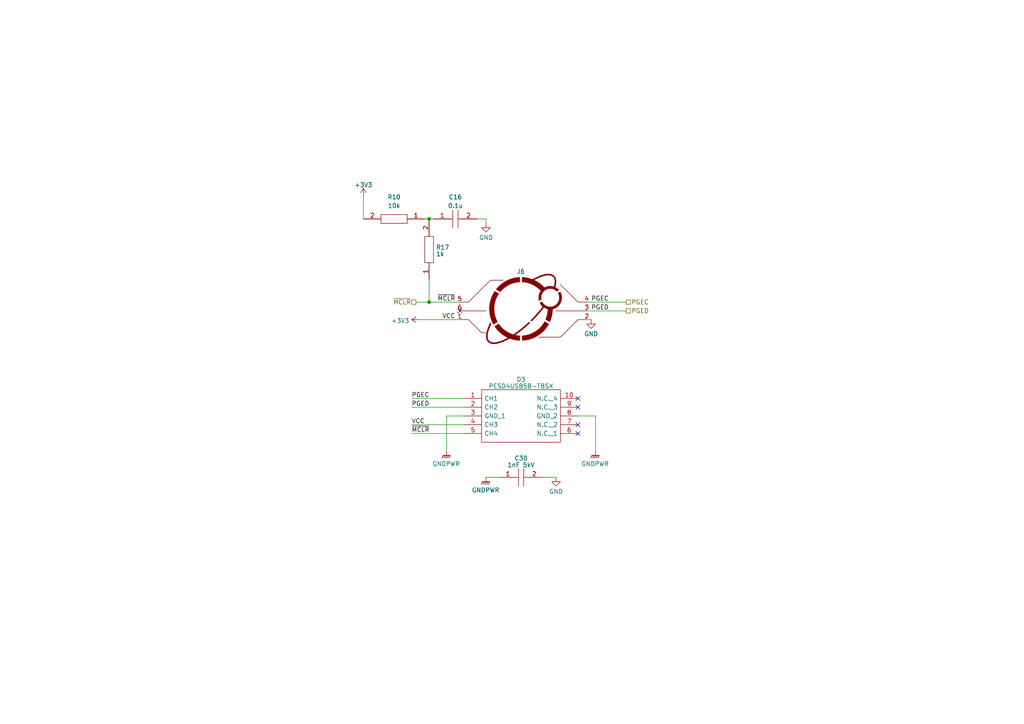
<source format=kicad_sch>
(kicad_sch (version 20230121) (generator eeschema)

  (uuid 59661832-508f-4d79-9567-6c2dc1683514)

  (paper "A4")

  (title_block
    (title "Oro Link")
    (date "2023-03-01")
    (rev "2")
    (company "Oro Operating System")
  )

  (lib_symbols
    (symbol "Oro:OroConn6p" (pin_names (offset 0.002) hide) (in_bom no) (on_board yes)
      (property "Reference" "J?" (at 0 10.16 0)
        (effects (font (size 1.27 1.27)))
      )
      (property "Value" "OroConn6p" (at 0 -14.3768 0)
        (effects (font (size 1.27 1.27)) hide)
      )
      (property "Footprint" "Oro Footprints:OroConn6p" (at 1.1951 -1.2856 0)
        (effects (font (size 1.27 1.27)) hide)
      )
      (property "Datasheet" "" (at 1.1951 -1.2856 0)
        (effects (font (size 1.27 1.27)) hide)
      )
      (property "Sim.Enable" "0" (at 0 0 0)
        (effects (font (size 1.27 1.27)) hide)
      )
      (property "ki_description" "Oro Logo Connector 6 position" (at 0 0 0)
        (effects (font (size 1.27 1.27)) hide)
      )
      (symbol "OroConn6p_0_0"
        (polyline
          (pts
            (xy -6.0375 4.2888)
            (xy -5.9995 4.3233)
            (xy -5.9438 4.3791)
            (xy -5.8751 4.4514)
            (xy -5.7983 4.5353)
            (xy -5.5925 4.7551)
            (xy -5.1969 5.1329)
            (xy -4.775 5.4821)
            (xy -4.3295 5.8012)
            (xy -3.8627 6.0886)
            (xy -3.3771 6.3429)
            (xy -2.8754 6.5626)
            (xy -2.3599 6.7462)
            (xy -1.8332 6.8922)
            (xy -1.6045 6.9429)
            (xy -1.3572 6.989)
            (xy -1.0966 7.0284)
            (xy -0.8138 7.0625)
            (xy -0.4999 7.0926)
            (xy -0.3649 7.1042)
            (xy -0.3649 7.7948)
            (xy -0.3649 8.4853)
            (xy -0.4899 8.4742)
            (xy -0.5743 8.4671)
            (xy -0.6769 8.4589)
            (xy -0.7749 8.4515)
            (xy -0.8362 8.4465)
            (xy -0.9429 8.4362)
            (xy -1.0612 8.4236)
            (xy -1.1749 8.4103)
            (xy -1.1856 8.409)
            (xy -1.772 8.3159)
            (xy -2.3509 8.1841)
            (xy -2.9202 8.0147)
            (xy -3.4775 7.8086)
            (xy -4.0205 7.5669)
            (xy -4.547 7.2905)
            (xy -5.0548 6.9804)
            (xy -5.5415 6.6378)
            (xy -6.0049 6.2635)
            (xy -6.0793 6.1979)
            (xy -6.2436 6.0461)
            (xy -6.4181 5.8767)
            (xy -6.5961 5.6967)
            (xy -6.7705 5.5134)
            (xy -6.9347 5.334)
            (xy -7.0816 5.1654)
            (xy -7.2043 5.0151)
            (xy -7.2468 4.9607)
            (xy -7.1409 4.9006)
            (xy -7.097 4.8755)
            (xy -7.0233 4.833)
            (xy -6.9265 4.7769)
            (xy -6.8124 4.7106)
            (xy -6.6866 4.6374)
            (xy -6.5549 4.5608)
            (xy -6.5422 4.5533)
            (xy -6.417 4.4809)
            (xy -6.303 4.4157)
            (xy -6.2048 4.3604)
            (xy -6.1271 4.3176)
            (xy -6.0746 4.2899)
            (xy -6.0519 4.2799)
            (xy -6.0375 4.2888)
          )
          (stroke (width 0.01) (type default))
          (fill (type outline))
        )
        (polyline
          (pts
            (xy 0.4505 -9.8509)
            (xy 0.5564 -9.8448)
            (xy 0.6862 -9.8346)
            (xy 0.831 -9.8213)
            (xy 0.9818 -9.8055)
            (xy 1.1295 -9.7882)
            (xy 1.2651 -9.7703)
            (xy 1.2781 -9.7685)
            (xy 1.8747 -9.6629)
            (xy 2.4585 -9.5195)
            (xy 3.0287 -9.3387)
            (xy 3.5846 -9.1207)
            (xy 4.1256 -8.866)
            (xy 4.6508 -8.5748)
            (xy 5.1596 -8.2474)
            (xy 5.6513 -7.8843)
            (xy 6.1251 -7.4857)
            (xy 6.3398 -7.2878)
            (xy 6.567 -7.0632)
            (xy 6.7822 -6.832)
            (xy 6.9946 -6.5841)
            (xy 7.2136 -6.3095)
            (xy 7.2794 -6.2229)
            (xy 7.3743 -6.0936)
            (xy 7.4713 -5.9569)
            (xy 7.568 -5.8166)
            (xy 7.6617 -5.6769)
            (xy 7.75 -5.5416)
            (xy 7.8302 -5.4148)
            (xy 7.8998 -5.3004)
            (xy 7.9563 -5.2026)
            (xy 7.997 -5.1252)
            (xy 8.0194 -5.0723)
            (xy 8.021 -5.0479)
            (xy 8.0208 -5.0476)
            (xy 7.999 -5.0339)
            (xy 7.948 -5.0034)
            (xy 7.8728 -4.9591)
            (xy 7.7782 -4.9038)
            (xy 7.6692 -4.8403)
            (xy 7.5506 -4.7714)
            (xy 7.4274 -4.7)
            (xy 7.3044 -4.6289)
            (xy 7.1865 -4.561)
            (xy 7.0787 -4.4991)
            (xy 6.9859 -4.446)
            (xy 6.9129 -4.4046)
            (xy 6.8646 -4.3776)
            (xy 6.846 -4.368)
            (xy 6.8382 -4.3782)
            (xy 6.8139 -4.4169)
            (xy 6.7777 -4.4776)
            (xy 6.7339 -4.5531)
            (xy 6.7186 -4.5796)
            (xy 6.4241 -5.0492)
            (xy 6.098 -5.4953)
            (xy 5.7421 -5.9162)
            (xy 5.3583 -6.3106)
            (xy 4.9481 -6.677)
            (xy 4.5135 -7.0139)
            (xy 4.0561 -7.3199)
            (xy 3.5777 -7.5935)
            (xy 3.0801 -7.8332)
            (xy 2.5651 -8.0376)
            (xy 2.3341 -8.1147)
            (xy 1.9785 -8.2166)
            (xy 1.6087 -8.3048)
            (xy 1.2362 -8.3768)
            (xy 0.8728 -8.4301)
            (xy 0.5301 -8.4623)
            (xy 0.3151 -8.476)
            (xy 0.3151 -9.1642)
            (xy 0.3151 -9.8523)
            (xy 0.394 -9.8523)
            (xy 0.4505 -9.8509)
          )
          (stroke (width 0.01) (type default))
          (fill (type outline))
        )
        (polyline
          (pts
            (xy -7.9952 -5.1338)
            (xy -7.9361 -5.1067)
            (xy -7.8502 -5.062)
            (xy -7.7353 -4.9983)
            (xy -7.5889 -4.9146)
            (xy -7.5138 -4.8712)
            (xy -7.3845 -4.7964)
            (xy -7.2613 -4.7252)
            (xy -7.1514 -4.6617)
            (xy -7.0619 -4.61)
            (xy -6.9999 -4.5742)
            (xy -6.9672 -4.5548)
            (xy -6.9045 -4.5149)
            (xy -6.8612 -4.4831)
            (xy -6.8449 -4.465)
            (xy -6.8496 -4.4503)
            (xy -6.8699 -4.4054)
            (xy -6.9025 -4.3398)
            (xy -6.9435 -4.2616)
            (xy -7.0274 -4.0978)
            (xy -7.175 -3.7742)
            (xy -7.3131 -3.426)
            (xy -7.4383 -3.063)
            (xy -7.5475 -2.6952)
            (xy -7.6372 -2.3323)
            (xy -7.7043 -1.9841)
            (xy -7.7454 -1.6953)
            (xy -7.7889 -1.2349)
            (xy -7.8075 -0.7696)
            (xy -7.8012 -0.3083)
            (xy -7.77 0.1399)
            (xy -7.7137 0.5659)
            (xy -7.7013 0.6381)
            (xy -7.5898 1.164)
            (xy -7.4433 1.6808)
            (xy -7.2635 2.1844)
            (xy -7.0519 2.6706)
            (xy -6.81 3.1355)
            (xy -6.5396 3.5749)
            (xy -6.5193 3.6057)
            (xy -6.4808 3.6662)
            (xy -6.4556 3.7092)
            (xy -6.4482 3.7271)
            (xy -6.4519 3.7293)
            (xy -6.4834 3.7478)
            (xy -6.5435 3.7828)
            (xy -6.628 3.8317)
            (xy -6.7326 3.8922)
            (xy -6.853 3.9617)
            (xy -6.9849 4.0377)
            (xy -7.0312 4.0644)
            (xy -7.1643 4.1411)
            (xy -7.2871 4.2121)
            (xy -7.3949 4.2745)
            (xy -7.4827 4.3255)
            (xy -7.5456 4.3622)
            (xy -7.5788 4.3819)
            (xy -7.6426 4.4207)
            (xy -7.7174 4.3047)
            (xy -7.9186 3.9782)
            (xy -8.2088 3.4458)
            (xy -8.4627 2.8976)
            (xy -8.6797 2.3351)
            (xy -8.8591 1.7596)
            (xy -9.0006 1.1728)
            (xy -9.1035 0.5759)
            (xy -9.1447 0.229)
            (xy -9.1837 -0.3636)
            (xy -9.1844 -0.9593)
            (xy -9.1472 -1.5549)
            (xy -9.0723 -2.1469)
            (xy -8.9601 -2.7319)
            (xy -8.8111 -3.3066)
            (xy -8.6256 -3.8676)
            (xy -8.5964 -3.9444)
            (xy -8.5452 -4.0723)
            (xy -8.4862 -4.2132)
            (xy -8.4221 -4.3616)
            (xy -8.3553 -4.5119)
            (xy -8.2884 -4.6585)
            (xy -8.2239 -4.7959)
            (xy -8.1645 -4.9185)
            (xy -8.1126 -5.0208)
            (xy -8.0708 -5.0971)
            (xy -8.0416 -5.142)
            (xy -8.0299 -5.1444)
            (xy -7.9952 -5.1338)
          )
          (stroke (width 0.01) (type default))
          (fill (type outline))
        )
        (polyline
          (pts
            (xy 8.3352 -4.4479)
            (xy 8.3464 -4.4291)
            (xy 8.3691 -4.3794)
            (xy 8.4006 -4.3053)
            (xy 8.4385 -4.2133)
            (xy 8.48 -4.1096)
            (xy 8.5228 -4.0008)
            (xy 8.5641 -3.8932)
            (xy 8.6015 -3.7933)
            (xy 8.6323 -3.7075)
            (xy 8.6433 -3.6757)
            (xy 8.8068 -3.1437)
            (xy 8.9396 -2.5924)
            (xy 9.0405 -2.0293)
            (xy 9.1081 -1.4621)
            (xy 9.1408 -0.8982)
            (xy 9.1451 -0.7411)
            (xy 9.3751 -0.6749)
            (xy 9.6699 -0.5765)
            (xy 9.989 -0.4343)
            (xy 10.2871 -0.2599)
            (xy 10.5679 -0.0511)
            (xy 10.8351 0.1944)
            (xy 10.9459 0.311)
            (xy 11.1353 0.5386)
            (xy 11.2986 0.7784)
            (xy 11.4446 1.0429)
            (xy 11.4931 1.1431)
            (xy 11.6116 1.4265)
            (xy 11.6992 1.7073)
            (xy 11.7593 1.9978)
            (xy 11.7952 2.3098)
            (xy 11.8019 2.4552)
            (xy 11.8018 2.6285)
            (xy 11.7949 2.8066)
            (xy 11.7817 2.9747)
            (xy 11.7629 3.1179)
            (xy 11.7404 3.229)
            (xy 11.7069 3.3661)
            (xy 11.6671 3.5102)
            (xy 11.6254 3.6462)
            (xy 11.586 3.7588)
            (xy 11.5729 3.792)
            (xy 11.5302 3.8944)
            (xy 11.4857 3.9933)
            (xy 11.4428 4.0819)
            (xy 11.4047 4.1534)
            (xy 11.3749 4.2013)
            (xy 11.3566 4.2188)
            (xy 11.3538 4.218)
            (xy 11.3237 4.2038)
            (xy 11.2683 4.1747)
            (xy 11.1949 4.1346)
            (xy 11.1106 4.0877)
            (xy 11.0228 4.038)
            (xy 10.9386 3.9898)
            (xy 10.8654 3.947)
            (xy 10.8104 3.9137)
            (xy 10.7808 3.894)
            (xy 10.7742 3.8842)
            (xy 10.776 3.8542)
            (xy 10.795 3.8019)
            (xy 10.8331 3.7215)
            (xy 10.9452 3.4658)
            (xy 11.0324 3.1816)
            (xy 11.0837 2.8876)
            (xy 11.1003 2.5775)
            (xy 11.098 2.4178)
            (xy 11.0889 2.2631)
            (xy 11.0713 2.1226)
            (xy 11.0434 1.9826)
            (xy 11.0035 1.8298)
            (xy 11.0026 1.8267)
            (xy 10.8984 1.5322)
            (xy 10.7595 1.2521)
            (xy 10.589 0.9898)
            (xy 10.3899 0.7486)
            (xy 10.1654 0.5319)
            (xy 9.9185 0.3431)
            (xy 9.6523 0.1853)
            (xy 9.3699 0.0621)
            (xy 9.1329 -0.0123)
            (xy 8.8144 -0.0769)
            (xy 8.4955 -0.1022)
            (xy 8.1785 -0.0886)
            (xy 7.8658 -0.0362)
            (xy 7.5598 0.0546)
            (xy 7.2627 0.1835)
            (xy 6.977 0.3503)
            (xy 6.8644 0.4307)
            (xy 6.659 0.6053)
            (xy 6.4652 0.805)
            (xy 6.2921 1.0202)
            (xy 6.1486 1.2414)
            (xy 6.0611 1.3949)
            (xy 5.7631 1.2229)
            (xy 5.6834 1.1769)
            (xy 5.5953 1.1258)
            (xy 5.5247 1.0846)
            (xy 5.4771 1.0567)
            (xy 5.4585 1.0454)
            (xy 5.459 1.0378)
            (xy 5.475 1.002)
            (xy 5.507 0.9436)
            (xy 5.5507 0.8693)
            (xy 5.602 0.7859)
            (xy 5.657 0.7)
            (xy 5.7114 0.6185)
            (xy 5.7611 0.548)
            (xy 5.7716 0.534)
            (xy 5.8362 0.454)
            (xy 5.9184 0.3594)
            (xy 6.0087 0.2608)
            (xy 6.0976 0.169)
            (xy 6.315 -0.0478)
            (xy 6.1014 -0.3214)
            (xy 5.7039 -0.821)
            (xy 5.1328 -1.5074)
            (xy 4.5343 -2.1913)
            (xy 3.9046 -2.8771)
            (xy 3.2401 -3.569)
            (xy 3.1631 -3.6475)
            (xy 3.0582 -3.7552)
            (xy 2.965 -3.8514)
            (xy 2.8868 -3.9327)
            (xy 2.8269 -3.9957)
            (xy 2.7886 -4.0371)
            (xy 2.7751 -4.0534)
            (xy 2.7802 -4.059)
            (xy 2.8123 -4.082)
            (xy 2.8673 -4.117)
            (xy 2.9376 -4.1594)
            (xy 3.1002 -4.2548)
            (xy 3.5834 -3.7659)
            (xy 4.0518 -3.2836)
            (xy 4.6607 -2.6297)
            (xy 5.2498 -1.9665)
            (xy 5.8129 -1.301)
            (xy 6.3439 -0.6401)
            (xy 6.3852 -0.5874)
            (xy 6.4621 -0.4904)
            (xy 6.5292 -0.4071)
            (xy 6.5829 -0.3421)
            (xy 6.6194 -0.2999)
            (xy 6.6351 -0.2848)
            (xy 6.646 -0.2887)
            (xy 6.6863 -0.3085)
            (xy 6.7479 -0.3412)
            (xy 6.8228 -0.3825)
            (xy 6.8497 -0.3973)
            (xy 7.0244 -0.4843)
            (xy 7.2166 -0.5666)
            (xy 7.4098 -0.6377)
            (xy 7.5878 -0.691)
            (xy 7.7606 -0.7351)
            (xy 7.7486 -1.0554)
            (xy 7.7159 -1.5168)
            (xy 7.645 -2.0278)
            (xy 7.5387 -2.5377)
            (xy 7.3987 -3.0395)
            (xy 7.2264 -3.5262)
            (xy 7.2239 -3.5326)
            (xy 7.1902 -3.6198)
            (xy 7.1635 -3.6918)
            (xy 7.1465 -3.7412)
            (xy 7.1417 -3.7609)
            (xy 7.1527 -3.7676)
            (xy 7.1946 -3.7924)
            (xy 7.264 -3.833)
            (xy 7.3568 -3.8872)
            (xy 7.4692 -3.9525)
            (xy 7.597 -4.0266)
            (xy 7.7362 -4.1072)
            (xy 7.8438 -4.1694)
            (xy 7.975 -4.2449)
            (xy 8.0918 -4.3118)
            (xy 8.1903 -4.3679)
            (xy 8.2664 -4.4108)
            (xy 8.316 -4.4383)
            (xy 8.3351 -4.448)
            (xy 8.3352 -4.4479)
          )
          (stroke (width 0.01) (type default))
          (fill (type outline))
        )
        (polyline
          (pts
            (xy -7.7299 -10.8281)
            (xy -7.5573 -10.8204)
            (xy -7.3976 -10.8085)
            (xy -7.2615 -10.7927)
            (xy -6.9697 -10.7426)
            (xy -6.5325 -10.6428)
            (xy -6.0755 -10.5108)
            (xy -5.6002 -10.3471)
            (xy -5.1081 -10.1522)
            (xy -4.6007 -9.9268)
            (xy -4.0795 -9.6715)
            (xy -3.5459 -9.3866)
            (xy -3.3168 -9.2595)
            (xy -2.9759 -9.3748)
            (xy -2.5409 -9.5103)
            (xy -1.9621 -9.6553)
            (xy -1.3748 -9.7621)
            (xy -0.7749 -9.8317)
            (xy -0.685 -9.8388)
            (xy -0.5864 -9.8456)
            (xy -0.5041 -9.8503)
            (xy -0.4499 -9.8521)
            (xy -0.3649 -9.8523)
            (xy -0.3649 -9.1647)
            (xy -0.3649 -8.4771)
            (xy -0.577 -8.4634)
            (xy -0.6648 -8.4567)
            (xy -0.7971 -8.4438)
            (xy -0.9406 -8.4273)
            (xy -1.0889 -8.4081)
            (xy -1.2356 -8.3873)
            (xy -1.3744 -8.3657)
            (xy -1.4989 -8.3443)
            (xy -1.6027 -8.3242)
            (xy -1.6794 -8.3061)
            (xy -1.7227 -8.2912)
            (xy -1.7261 -8.2888)
            (xy -1.7234 -8.2704)
            (xy -1.6897 -8.2383)
            (xy -1.6227 -8.1901)
            (xy -1.3264 -7.9857)
            (xy -0.931 -7.7017)
            (xy -0.519 -7.3938)
            (xy -0.0951 -7.0661)
            (xy 0.3357 -6.7226)
            (xy 0.7686 -6.3671)
            (xy 1.1987 -6.0037)
            (xy 1.6211 -5.6363)
            (xy 2.0309 -5.2688)
            (xy 2.4232 -4.9054)
            (xy 2.6014 -4.7374)
            (xy 2.4387 -4.6427)
            (xy 2.399 -4.62)
            (xy 2.3322 -4.5831)
            (xy 2.2826 -4.5576)
            (xy 2.2589 -4.5481)
            (xy 2.2559 -4.5494)
            (xy 2.2286 -4.5701)
            (xy 2.1781 -4.6128)
            (xy 2.1089 -4.6736)
            (xy 2.0256 -4.7484)
            (xy 1.9328 -4.8334)
            (xy 1.566 -5.1674)
            (xy 1.0386 -5.6323)
            (xy 0.5053 -6.0852)
            (xy -0.0293 -6.5223)
            (xy -0.5607 -6.94)
            (xy -1.0843 -7.3348)
            (xy -1.5956 -7.703)
            (xy -2.0901 -8.0409)
            (xy -2.2652 -8.1571)
            (xy -2.5164 -8.0728)
            (xy -2.6834 -8.0144)
            (xy -3.1825 -7.8125)
            (xy -3.6704 -7.5735)
            (xy -4.144 -7.2994)
            (xy -4.5999 -6.9918)
            (xy -5.0349 -6.6528)
            (xy -5.0368 -6.6512)
            (xy -5.1459 -6.5557)
            (xy -5.2734 -6.4372)
            (xy -5.4124 -6.3027)
            (xy -5.556 -6.1592)
            (xy -5.6973 -6.014)
            (xy -5.8292 -5.8738)
            (xy -5.9449 -5.7459)
            (xy -6.0373 -5.6372)
            (xy -6.1166 -5.5378)
            (xy -6.2151 -5.4102)
            (xy -6.3136 -5.2793)
            (xy -6.4034 -5.1563)
            (xy -6.476 -5.0527)
            (xy -6.4762 -5.0526)
            (xy -6.4961 -5.0622)
            (xy -6.5453 -5.089)
            (xy -6.619 -5.1301)
            (xy -6.7123 -5.1829)
            (xy -6.8203 -5.2443)
            (xy -6.9381 -5.3118)
            (xy -7.061 -5.3824)
            (xy -7.184 -5.4534)
            (xy -7.3024 -5.522)
            (xy -7.4111 -5.5854)
            (xy -7.5054 -5.6407)
            (xy -7.5805 -5.6853)
            (xy -7.6314 -5.7162)
            (xy -7.6532 -5.7307)
            (xy -7.6563 -5.7404)
            (xy -7.6455 -5.7743)
            (xy -7.6138 -5.8317)
            (xy -7.5601 -5.9144)
            (xy -7.4832 -6.0243)
            (xy -7.3821 -6.1633)
            (xy -7.2076 -6.3904)
            (xy -6.9067 -6.7468)
            (xy -6.5785 -7.0977)
            (xy -6.2306 -7.4358)
            (xy -5.8702 -7.7535)
            (xy -5.5049 -8.0434)
            (xy -5.3763 -8.1376)
            (xy -5.0964 -8.33)
            (xy -4.8013 -8.5178)
            (xy -4.5016 -8.6948)
            (xy -4.2076 -8.8546)
            (xy -3.9299 -8.9909)
            (xy -3.9106 -8.9999)
            (xy -3.8466 -9.0317)
            (xy -3.8018 -9.0572)
            (xy -3.7849 -9.0713)
            (xy -3.7905 -9.0767)
            (xy -3.8257 -9.0986)
            (xy -3.8896 -9.1341)
            (xy -3.9774 -9.1809)
            (xy -4.0842 -9.2366)
            (xy -4.2053 -9.2987)
            (xy -4.3361 -9.3649)
            (xy -4.4716 -9.4327)
            (xy -4.6072 -9.4998)
            (xy -4.7381 -9.5638)
            (xy -4.8595 -9.6222)
            (xy -4.9667 -9.6726)
            (xy -5.0549 -9.7127)
            (xy -5.1942 -9.7734)
            (xy -5.6632 -9.9638)
            (xy -6.111 -10.1232)
            (xy -6.54 -10.2522)
            (xy -6.9524 -10.3515)
            (xy -7.3506 -10.4219)
            (xy -7.4342 -10.432)
            (xy -7.5889 -10.444)
            (xy -7.7581 -10.4507)
            (xy -7.9312 -10.4519)
            (xy -8.0971 -10.4476)
            (xy -8.2452 -10.438)
            (xy -8.3644 -10.4229)
            (xy -8.4093 -10.4146)
            (xy -8.6704 -10.347)
            (xy -8.9027 -10.2519)
            (xy -9.1064 -10.1287)
            (xy -9.282 -9.9772)
            (xy -9.4297 -9.7971)
            (xy -9.5498 -9.588)
            (xy -9.6428 -9.3497)
            (xy -9.7088 -9.0817)
            (xy -9.7197 -8.9981)
            (xy -9.7276 -8.8815)
            (xy -9.7324 -8.7434)
            (xy -9.7338 -8.5933)
            (xy -9.732 -8.4406)
            (xy -9.727 -8.2947)
            (xy -9.7188 -8.165)
            (xy -9.7073 -8.0609)
            (xy -9.675 -7.8647)
            (xy -9.5822 -7.4346)
            (xy -9.4568 -6.9852)
            (xy -9.2994 -6.5182)
            (xy -9.1105 -6.0355)
            (xy -8.8907 -5.5389)
            (xy -8.8505 -5.4527)
            (xy -8.8036 -5.3514)
            (xy -8.7639 -5.2649)
            (xy -8.7347 -5.2005)
            (xy -8.7192 -5.1651)
            (xy -8.7123 -5.1425)
            (xy -8.7116 -5.1101)
            (xy -8.7219 -5.0659)
            (xy -8.7452 -5.0018)
            (xy -8.7834 -4.9097)
            (xy -8.8134 -4.8414)
            (xy -8.8469 -4.7695)
            (xy -8.873 -4.7185)
            (xy -8.8879 -4.6964)
            (xy -8.8907 -4.697)
            (xy -8.9094 -4.7213)
            (xy -8.9414 -4.776)
            (xy -8.9846 -4.8564)
            (xy -9.0365 -4.9579)
            (xy -9.095 -5.0758)
            (xy -9.1578 -5.2055)
            (xy -9.2225 -5.3424)
            (xy -9.2869 -5.4817)
            (xy -9.3487 -5.6188)
            (xy -9.4055 -5.7491)
            (xy -9.4351 -5.8186)
            (xy -9.6255 -6.297)
            (xy -9.7852 -6.7558)
            (xy -9.9141 -7.1943)
            (xy -10.0121 -7.612)
            (xy -10.0791 -8.0081)
            (xy -10.1149 -8.3821)
            (xy -10.1195 -8.7334)
            (xy -10.0928 -9.0613)
            (xy -10.0346 -9.3653)
            (xy -9.9844 -9.535)
            (xy -9.8776 -9.7904)
            (xy -9.7405 -10.0204)
            (xy -9.5742 -10.2241)
            (xy -9.3798 -10.4005)
            (xy -9.1586 -10.5485)
            (xy -8.9116 -10.6673)
            (xy -8.64 -10.7558)
            (xy -8.3449 -10.813)
            (xy -8.3416 -10.8135)
            (xy -8.2215 -10.8243)
            (xy -8.0725 -10.8303)
            (xy -7.9052 -10.8315)
            (xy -7.7299 -10.8281)
          )
          (stroke (width 0.01) (type default))
          (fill (type outline))
        )
        (polyline
          (pts
            (xy 5.2603 1.7012)
            (xy 5.2689 1.7065)
            (xy 5.3128 1.7328)
            (xy 5.3812 1.7728)
            (xy 5.4664 1.8223)
            (xy 5.5609 1.8767)
            (xy 5.6013 1.9)
            (xy 5.6876 1.9508)
            (xy 5.7582 1.9937)
            (xy 5.8068 2.0248)
            (xy 5.827 2.0402)
            (xy 5.8271 2.0404)
            (xy 5.829 2.0666)
            (xy 5.8269 2.124)
            (xy 5.8212 2.2042)
            (xy 5.8124 2.2991)
            (xy 5.8042 2.4038)
            (xy 5.8043 2.6813)
            (xy 5.8336 2.9634)
            (xy 5.8904 3.2381)
            (xy 5.973 3.493)
            (xy 6.0851 3.7415)
            (xy 6.2475 4.0182)
            (xy 6.4378 4.2702)
            (xy 6.6535 4.496)
            (xy 6.8918 4.6937)
            (xy 7.1502 4.8618)
            (xy 7.426 4.9985)
            (xy 7.7165 5.1022)
            (xy 8.0191 5.1711)
            (xy 8.331 5.2035)
            (xy 8.6498 5.1978)
            (xy 8.6514 5.1977)
            (xy 8.9459 5.1598)
            (xy 9.2236 5.0928)
            (xy 9.4893 4.9948)
            (xy 9.7477 4.8637)
            (xy 10.0036 4.6973)
            (xy 10.2619 4.4936)
            (xy 10.3502 4.4181)
            (xy 10.6476 4.5907)
            (xy 10.7265 4.6366)
            (xy 10.8151 4.6886)
            (xy 10.8867 4.731)
            (xy 10.9353 4.7604)
            (xy 10.9551 4.7732)
            (xy 10.9538 4.7777)
            (xy 10.9322 4.805)
            (xy 10.8883 4.8524)
            (xy 10.8271 4.9147)
            (xy 10.7534 4.9869)
            (xy 10.5968 5.1286)
            (xy 10.3243 5.3374)
            (xy 10.0396 5.5109)
            (xy 10.0204 5.5215)
            (xy 9.9568 5.5603)
            (xy 9.9154 5.5923)
            (xy 9.9033 5.6124)
            (xy 9.905 5.6178)
            (xy 9.9158 5.6566)
            (xy 9.9336 5.7239)
            (xy 9.9562 5.812)
            (xy 9.9818 5.9132)
            (xy 9.9839 5.9214)
            (xy 10.0437 6.1831)
            (xy 10.0929 6.4433)
            (xy 10.1296 6.6903)
            (xy 10.1516 6.9125)
            (xy 10.1556 6.9903)
            (xy 10.1581 7.1394)
            (xy 10.1557 7.3009)
            (xy 10.1487 7.4644)
            (xy 10.1378 7.6193)
            (xy 10.1234 7.7552)
            (xy 10.106 7.8616)
            (xy 10.089 7.9369)
            (xy 10.0034 8.2175)
            (xy 9.8891 8.4704)
            (xy 9.7464 8.6955)
            (xy 9.5754 8.8924)
            (xy 9.3764 9.0609)
            (xy 9.1495 9.2008)
            (xy 8.8951 9.3117)
            (xy 8.813 9.3402)
            (xy 8.6858 9.3789)
            (xy 8.5627 9.4077)
            (xy 8.4348 9.4281)
            (xy 8.2934 9.4412)
            (xy 8.1298 9.4483)
            (xy 7.9351 9.4507)
            (xy 7.8153 9.4504)
            (xy 7.6425 9.4468)
            (xy 7.4888 9.4384)
            (xy 7.3427 9.4238)
            (xy 7.1927 9.4019)
            (xy 7.0273 9.3713)
            (xy 6.8351 9.3308)
            (xy 6.5321 9.2575)
            (xy 6.0927 9.1285)
            (xy 5.6335 8.9686)
            (xy 5.1565 8.7788)
            (xy 4.6639 8.5598)
            (xy 4.1578 8.3126)
            (xy 3.6405 8.0379)
            (xy 3.3159 7.8589)
            (xy 3.0953 7.9399)
            (xy 2.7397 8.0614)
            (xy 2.3238 8.1814)
            (xy 1.8949 8.2813)
            (xy 1.4469 8.3622)
            (xy 0.974 8.4255)
            (xy 0.4701 8.4722)
            (xy 0.3151 8.4838)
            (xy 0.3151 7.794)
            (xy 0.3151 7.6635)
            (xy 3.7678 7.6635)
            (xy 3.8359 7.7049)
            (xy 3.8446 7.7101)
            (xy 3.9121 7.7482)
            (xy 4.0081 7.7996)
            (xy 4.126 7.8611)
            (xy 4.2596 7.9296)
            (xy 4.4022 8.0016)
            (xy 4.5474 8.074)
            (xy 4.6888 8.1436)
            (xy 4.8198 8.2071)
            (xy 4.9341 8.2611)
            (xy 5.0251 8.3026)
            (xy 5.3168 8.4281)
            (xy 5.73 8.5935)
            (xy 6.1189 8.7332)
            (xy 6.4865 8.848)
            (xy 6.8358 8.9388)
            (xy 7.17 9.0064)
            (xy 7.4921 9.0517)
            (xy 7.8051 9.0755)
            (xy 7.9894 9.0786)
            (xy 8.2881 9.0605)
            (xy 8.5606 9.0125)
            (xy 8.8067 8.9348)
            (xy 9.0262 8.8276)
            (xy 9.2188 8.6908)
            (xy 9.3845 8.5248)
            (xy 9.5231 8.3295)
            (xy 9.6343 8.105)
            (xy 9.718 7.8516)
            (xy 9.7242 7.8278)
            (xy 9.7381 7.7683)
            (xy 9.7485 7.711)
            (xy 9.7558 7.6489)
            (xy 9.7606 7.5748)
            (xy 9.7633 7.4819)
            (xy 9.7646 7.363)
            (xy 9.7648 7.2111)
            (xy 9.7645 7.1133)
            (xy 9.7625 6.9581)
            (xy 9.7583 6.8315)
            (xy 9.7515 6.7263)
            (xy 9.7417 6.6352)
            (xy 9.7285 6.5506)
            (xy 9.7158 6.4837)
            (xy 9.6935 6.3749)
            (xy 9.6678 6.2575)
            (xy 9.6404 6.1382)
            (xy 9.6129 6.0238)
            (xy 9.587 5.9212)
            (xy 9.5643 5.8373)
            (xy 9.5465 5.7789)
            (xy 9.5353 5.7528)
            (xy 9.5234 5.7487)
            (xy 9.4808 5.7522)
            (xy 9.4218 5.7676)
            (xy 9.3692 5.7838)
            (xy 9.2166 5.8218)
            (xy 9.0432 5.8549)
            (xy 8.8625 5.8806)
            (xy 8.6883 5.8965)
            (xy 8.3888 5.9036)
            (xy 8.0247 5.8792)
            (xy 7.6726 5.8171)
            (xy 7.3308 5.7171)
            (xy 6.9975 5.5789)
            (xy 6.9207 5.5426)
            (xy 6.8497 5.5101)
            (xy 6.7994 5.488)
            (xy 6.7775 5.48)
            (xy 6.7764 5.4804)
            (xy 6.7549 5.4984)
            (xy 6.7106 5.5399)
            (xy 6.6478 5.6007)
            (xy 6.5712 5.6765)
            (xy 6.4851 5.7628)
            (xy 6.4779 5.7701)
            (xy 6.2501 5.9935)
            (xy 6.0318 6.1946)
            (xy 5.8107 6.384)
            (xy 5.5747 6.5724)
            (xy 5.4185 6.6904)
            (xy 5.1295 6.8952)
            (xy 4.8303 7.0915)
            (xy 4.5298 7.2737)
            (xy 4.2371 7.4363)
            (xy 3.9611 7.5737)
            (xy 3.7678 7.6635)
            (xy 0.3151 7.6635)
            (xy 0.3151 7.1042)
            (xy 0.4501 7.0922)
            (xy 0.6661 7.0717)
            (xy 0.9644 7.038)
            (xy 1.2364 6.9997)
            (xy 1.4903 6.9553)
            (xy 1.7343 6.9033)
            (xy 1.9764 6.8423)
            (xy 2.2251 6.7707)
            (xy 2.4045 6.7137)
            (xy 2.9212 6.5218)
            (xy 3.4245 6.2931)
            (xy 3.9116 6.029)
            (xy 4.3794 5.7312)
            (xy 4.8251 5.4012)
            (xy 4.9132 5.3293)
            (xy 5.0408 5.2206)
            (xy 5.1739 5.1029)
            (xy 5.305 4.9831)
            (xy 5.4268 4.8679)
            (xy 5.5319 4.7641)
            (xy 5.613 4.6783)
            (xy 5.7384 4.5382)
            (xy 5.6341 4.3755)
            (xy 5.6012 4.3221)
            (xy 5.5283 4.193)
            (xy 5.4532 4.0476)
            (xy 5.3819 3.8984)
            (xy 5.3205 3.7578)
            (xy 5.2751 3.6383)
            (xy 5.2019 3.3819)
            (xy 5.1467 3.1025)
            (xy 5.112 2.8161)
            (xy 5.0995 2.5352)
            (xy 5.1106 2.2728)
            (xy 5.1161 2.2187)
            (xy 5.1315 2.0917)
            (xy 5.1497 1.9669)
            (xy 5.1691 1.8537)
            (xy 5.1883 1.7614)
            (xy 5.2056 1.6996)
            (xy 5.2094 1.691)
            (xy 5.2258 1.6834)
            (xy 5.2603 1.7012)
          )
          (stroke (width 0.01) (type default))
          (fill (type outline))
        )
        (pin unspecified line (at -17.78 -3.81 0) (length 0)
          (name "1" (effects (font (size 0 0))))
          (number "1" (effects (font (size 1.27 1.27))))
        )
        (pin unspecified line (at 19.05 -3.81 0) (length 0)
          (name "2" (effects (font (size 0 0))))
          (number "2" (effects (font (size 1.27 1.27))))
        )
        (pin unspecified line (at 19.05 -1.27 0) (length 0)
          (name "3" (effects (font (size 0 0))))
          (number "3" (effects (font (size 1.27 1.27))))
        )
        (pin unspecified line (at 19.05 1.27 0) (length 0)
          (name "4" (effects (font (size 0 0))))
          (number "4" (effects (font (size 1.27 1.27))))
        )
        (pin unspecified line (at -17.78 1.27 0) (length 0)
          (name "5" (effects (font (size 0 0))))
          (number "5" (effects (font (size 1.27 1.27))))
        )
        (pin unspecified line (at -17.78 -1.27 0) (length 0)
          (name "6" (effects (font (size 0 0))))
          (number "6" (effects (font (size 1.27 1.27))))
        )
      )
      (symbol "OroConn6p_0_1"
        (polyline
          (pts
            (xy -17.78 -1.27)
            (xy -10.16 -1.27)
          )
          (stroke (width 0) (type default))
          (fill (type none))
        )
        (polyline
          (pts
            (xy -11.43 -7.62)
            (xy -10.3125 -7.6199)
          )
          (stroke (width 0) (type default))
          (fill (type none))
        )
        (polyline
          (pts
            (xy 19.05 -1.27)
            (xy 10.16 -1.27)
          )
          (stroke (width 0) (type default))
          (fill (type none))
        )
        (polyline
          (pts
            (xy -17.78 -3.81)
            (xy -15.24 -3.81)
            (xy -11.43 -7.62)
          )
          (stroke (width 0) (type default))
          (fill (type none))
        )
        (polyline
          (pts
            (xy 19.05 1.27)
            (xy 16.51 1.27)
            (xy 11.43 6.35)
          )
          (stroke (width 0) (type default))
          (fill (type none))
        )
        (polyline
          (pts
            (xy -5.08 7.62)
            (xy -8.89 7.62)
            (xy -15.24 1.27)
            (xy -17.78 1.27)
          )
          (stroke (width 0) (type default))
          (fill (type none))
        )
        (polyline
          (pts
            (xy 19.05 -3.81)
            (xy 16.51 -3.81)
            (xy 11.43 -8.89)
            (xy 5.08 -8.89)
          )
          (stroke (width 0) (type default))
          (fill (type none))
        )
      )
    )
    (symbol "SamacSys_Parts:01016D104KAT2A" (pin_names (offset 0.762)) (in_bom yes) (on_board yes)
      (property "Reference" "C" (at 8.89 6.35 0)
        (effects (font (size 1.27 1.27)) (justify left))
      )
      (property "Value" "01016D104KAT2A" (at 8.89 3.81 0)
        (effects (font (size 1.27 1.27)) (justify left))
      )
      (property "Footprint" "CAPC0402X22N" (at 8.89 1.27 0)
        (effects (font (size 1.27 1.27)) (justify left) hide)
      )
      (property "Datasheet" "https://altium.componentsearchengine.com/Datasheets/1/01016D104KAT2A.pdf" (at 8.89 -1.27 0)
        (effects (font (size 1.27 1.27)) (justify left) hide)
      )
      (property "Description" "Multilayer Ceramic Capacitors MLCC - SMD/SMT 6.3V .1uF X5R 0101 10%" (at 8.89 -3.81 0)
        (effects (font (size 1.27 1.27)) (justify left) hide)
      )
      (property "Height" "0.22" (at 8.89 -6.35 0)
        (effects (font (size 1.27 1.27)) (justify left) hide)
      )
      (property "Manufacturer_Name" "AVX" (at 8.89 -8.89 0)
        (effects (font (size 1.27 1.27)) (justify left) hide)
      )
      (property "Manufacturer_Part_Number" "01016D104KAT2A" (at 8.89 -11.43 0)
        (effects (font (size 1.27 1.27)) (justify left) hide)
      )
      (property "Mouser Part Number" "581-01016D104KAT2A" (at 8.89 -13.97 0)
        (effects (font (size 1.27 1.27)) (justify left) hide)
      )
      (property "Mouser Price/Stock" "https://www.mouser.com/Search/Refine.aspx?Keyword=581-01016D104KAT2A" (at 8.89 -16.51 0)
        (effects (font (size 1.27 1.27)) (justify left) hide)
      )
      (property "Arrow Part Number" "01016D104KAT2A" (at 8.89 -19.05 0)
        (effects (font (size 1.27 1.27)) (justify left) hide)
      )
      (property "Arrow Price/Stock" "https://www.arrow.com/en/products/01016d104kat2a/avx" (at 8.89 -21.59 0)
        (effects (font (size 1.27 1.27)) (justify left) hide)
      )
      (property "ki_description" "Multilayer Ceramic Capacitors MLCC - SMD/SMT 6.3V .1uF X5R 0101 10%" (at 0 0 0)
        (effects (font (size 1.27 1.27)) hide)
      )
      (symbol "01016D104KAT2A_0_0"
        (pin passive line (at 0 0 0) (length 5.08)
          (name "~" (effects (font (size 1.27 1.27))))
          (number "1" (effects (font (size 1.27 1.27))))
        )
        (pin passive line (at 12.7 0 180) (length 5.08)
          (name "~" (effects (font (size 1.27 1.27))))
          (number "2" (effects (font (size 1.27 1.27))))
        )
      )
      (symbol "01016D104KAT2A_0_1"
        (polyline
          (pts
            (xy 5.08 0)
            (xy 5.588 0)
          )
          (stroke (width 0.1524) (type solid))
          (fill (type none))
        )
        (polyline
          (pts
            (xy 5.588 2.54)
            (xy 5.588 -2.54)
          )
          (stroke (width 0.1524) (type solid))
          (fill (type none))
        )
        (polyline
          (pts
            (xy 7.112 0)
            (xy 7.62 0)
          )
          (stroke (width 0.1524) (type solid))
          (fill (type none))
        )
        (polyline
          (pts
            (xy 7.112 2.54)
            (xy 7.112 -2.54)
          )
          (stroke (width 0.1524) (type solid))
          (fill (type none))
        )
      )
    )
    (symbol "SamacSys_Parts:CRGP2512F1K0" (pin_names (offset 0.762)) (in_bom yes) (on_board yes)
      (property "Reference" "R" (at 13.97 6.35 0)
        (effects (font (size 1.27 1.27)) (justify left))
      )
      (property "Value" "CRGP2512F1K0" (at 13.97 3.81 0)
        (effects (font (size 1.27 1.27)) (justify left))
      )
      (property "Footprint" "RESC6432X65N" (at 13.97 1.27 0)
        (effects (font (size 1.27 1.27)) (justify left) hide)
      )
      (property "Datasheet" "https://www.te.com/commerce/DocumentDelivery/DDEController?Action=showdoc&DocId=Customer+Drawing%7F2176331%7FA%7Fpdf%7FEnglish%7FENG_CD_2176331_A.pdf%7F2-2176331-5" (at 13.97 -1.27 0)
        (effects (font (size 1.27 1.27)) (justify left) hide)
      )
      (property "Description" "Thick Film Resistors - SMD CRGP 2512 1K0 1% SMD Resistor" (at 13.97 -3.81 0)
        (effects (font (size 1.27 1.27)) (justify left) hide)
      )
      (property "Height" "0.65" (at 13.97 -6.35 0)
        (effects (font (size 1.27 1.27)) (justify left) hide)
      )
      (property "Manufacturer_Name" "TE Connectivity" (at 13.97 -8.89 0)
        (effects (font (size 1.27 1.27)) (justify left) hide)
      )
      (property "Manufacturer_Part_Number" "CRGP2512F1K0" (at 13.97 -11.43 0)
        (effects (font (size 1.27 1.27)) (justify left) hide)
      )
      (property "Mouser Part Number" "279-CRGP2512F1K0" (at 13.97 -13.97 0)
        (effects (font (size 1.27 1.27)) (justify left) hide)
      )
      (property "Mouser Price/Stock" "https://www.mouser.co.uk/ProductDetail/TE-Connectivity-Holsworthy/CRGP2512F1K0?qs=wUXugUrL1qzTnP%2F8NZBNlQ%3D%3D" (at 13.97 -16.51 0)
        (effects (font (size 1.27 1.27)) (justify left) hide)
      )
      (property "Arrow Part Number" "CRGP2512F1K0" (at 13.97 -19.05 0)
        (effects (font (size 1.27 1.27)) (justify left) hide)
      )
      (property "Arrow Price/Stock" "https://www.arrow.com/en/products/crgp2512f1k0/te-connectivity" (at 13.97 -21.59 0)
        (effects (font (size 1.27 1.27)) (justify left) hide)
      )
      (property "Mouser Testing Part Number" "" (at 13.97 -24.13 0)
        (effects (font (size 1.27 1.27)) (justify left) hide)
      )
      (property "Mouser Testing Price/Stock" "" (at 13.97 -26.67 0)
        (effects (font (size 1.27 1.27)) (justify left) hide)
      )
      (property "ki_description" "Thick Film Resistors - SMD CRGP 2512 1K0 1% SMD Resistor" (at 0 0 0)
        (effects (font (size 1.27 1.27)) hide)
      )
      (symbol "CRGP2512F1K0_0_0"
        (pin passive line (at 0 0 0) (length 5.08)
          (name "~" (effects (font (size 1.27 1.27))))
          (number "1" (effects (font (size 1.27 1.27))))
        )
        (pin passive line (at 17.78 0 180) (length 5.08)
          (name "~" (effects (font (size 1.27 1.27))))
          (number "2" (effects (font (size 1.27 1.27))))
        )
      )
      (symbol "CRGP2512F1K0_0_1"
        (polyline
          (pts
            (xy 5.08 1.27)
            (xy 12.7 1.27)
            (xy 12.7 -1.27)
            (xy 5.08 -1.27)
            (xy 5.08 1.27)
          )
          (stroke (width 0.1524) (type solid))
          (fill (type none))
        )
      )
    )
    (symbol "SamacSys_Parts:HV2225Y102KXMATHV" (pin_names (offset 0.762)) (in_bom yes) (on_board yes)
      (property "Reference" "C" (at 8.89 6.35 0)
        (effects (font (size 1.27 1.27)) (justify left))
      )
      (property "Value" "HV2225Y102KXMATHV" (at 8.89 3.81 0)
        (effects (font (size 1.27 1.27)) (justify left))
      )
      (property "Footprint" "CAPC5664X270N" (at 8.89 1.27 0)
        (effects (font (size 1.27 1.27)) (justify left) hide)
      )
      (property "Datasheet" "https://componentsearchengine.com/Datasheets/1/HV2225Y102KXMATHV.pdf" (at 8.89 -1.27 0)
        (effects (font (size 1.27 1.27)) (justify left) hide)
      )
      (property "Description" "Multilayer Ceramic Capacitors MLCC - SMD/SMT 1.0nF 5000volts 10% X7R High Voltage" (at 8.89 -3.81 0)
        (effects (font (size 1.27 1.27)) (justify left) hide)
      )
      (property "Height" "2.7" (at 8.89 -6.35 0)
        (effects (font (size 1.27 1.27)) (justify left) hide)
      )
      (property "Manufacturer_Name" "Vishay" (at 8.89 -8.89 0)
        (effects (font (size 1.27 1.27)) (justify left) hide)
      )
      (property "Manufacturer_Part_Number" "HV2225Y102KXMATHV" (at 8.89 -11.43 0)
        (effects (font (size 1.27 1.27)) (justify left) hide)
      )
      (property "Mouser Part Number" "77-HV2225Y102KXMATHV" (at 8.89 -13.97 0)
        (effects (font (size 1.27 1.27)) (justify left) hide)
      )
      (property "Mouser Price/Stock" "https://www.mouser.com/Search/Refine.aspx?Keyword=77-HV2225Y102KXMATHV" (at 8.89 -16.51 0)
        (effects (font (size 1.27 1.27)) (justify left) hide)
      )
      (property "Arrow Part Number" "" (at 8.89 -19.05 0)
        (effects (font (size 1.27 1.27)) (justify left) hide)
      )
      (property "Arrow Price/Stock" "" (at 8.89 -21.59 0)
        (effects (font (size 1.27 1.27)) (justify left) hide)
      )
      (property "ki_description" "Multilayer Ceramic Capacitors MLCC - SMD/SMT 1.0nF 5000volts 10% X7R High Voltage" (at 0 0 0)
        (effects (font (size 1.27 1.27)) hide)
      )
      (symbol "HV2225Y102KXMATHV_0_0"
        (pin passive line (at 0 0 0) (length 5.08)
          (name "~" (effects (font (size 1.27 1.27))))
          (number "1" (effects (font (size 1.27 1.27))))
        )
        (pin passive line (at 12.7 0 180) (length 5.08)
          (name "~" (effects (font (size 1.27 1.27))))
          (number "2" (effects (font (size 1.27 1.27))))
        )
      )
      (symbol "HV2225Y102KXMATHV_0_1"
        (polyline
          (pts
            (xy 5.08 0)
            (xy 5.588 0)
          )
          (stroke (width 0.1524) (type solid))
          (fill (type none))
        )
        (polyline
          (pts
            (xy 5.588 2.54)
            (xy 5.588 -2.54)
          )
          (stroke (width 0.1524) (type solid))
          (fill (type none))
        )
        (polyline
          (pts
            (xy 7.112 0)
            (xy 7.62 0)
          )
          (stroke (width 0.1524) (type solid))
          (fill (type none))
        )
        (polyline
          (pts
            (xy 7.112 2.54)
            (xy 7.112 -2.54)
          )
          (stroke (width 0.1524) (type solid))
          (fill (type none))
        )
      )
    )
    (symbol "SamacSys_Parts:PESD4USB5B-TBSX" (pin_names (offset 0.762)) (in_bom yes) (on_board yes)
      (property "Reference" "D" (at 29.21 7.62 0)
        (effects (font (size 1.27 1.27)) (justify left))
      )
      (property "Value" "PESD4USB5B-TBSX" (at 29.21 5.08 0)
        (effects (font (size 1.27 1.27)) (justify left))
      )
      (property "Footprint" "PESD4USB5BTBSX" (at 29.21 2.54 0)
        (effects (font (size 1.27 1.27)) (justify left) hide)
      )
      (property "Datasheet" "https://assets.nexperia.com/documents/data-sheet/PESD4USB5B-TBS.pdf" (at 29.21 0 0)
        (effects (font (size 1.27 1.27)) (justify left) hide)
      )
      (property "Description" "5.5V (Typ) Clamp 7A (8/20s) Ipp Tvs Diode Surface Mount, Wettable Flank DFN2510D-10" (at 29.21 -2.54 0)
        (effects (font (size 1.27 1.27)) (justify left) hide)
      )
      (property "Height" "0.8" (at 29.21 -5.08 0)
        (effects (font (size 1.27 1.27)) (justify left) hide)
      )
      (property "Manufacturer_Name" "Nexperia" (at 29.21 -7.62 0)
        (effects (font (size 1.27 1.27)) (justify left) hide)
      )
      (property "Manufacturer_Part_Number" "PESD4USB5B-TBSX" (at 29.21 -10.16 0)
        (effects (font (size 1.27 1.27)) (justify left) hide)
      )
      (property "Mouser Part Number" "771-PESD4USB5B-TBSX" (at 29.21 -12.7 0)
        (effects (font (size 1.27 1.27)) (justify left) hide)
      )
      (property "Mouser Price/Stock" "https://www.mouser.co.uk/ProductDetail/Nexperia/PESD4USB5B-TBSX?qs=ljCeji4nMDncW6w%2F3oPpKQ%3D%3D" (at 29.21 -15.24 0)
        (effects (font (size 1.27 1.27)) (justify left) hide)
      )
      (property "Arrow Part Number" "PESD4USB5B-TBSX" (at 29.21 -17.78 0)
        (effects (font (size 1.27 1.27)) (justify left) hide)
      )
      (property "Arrow Price/Stock" "https://www.arrow.com/en/products/pesd4usb5b-tbsx/nexperia?region=nac" (at 29.21 -20.32 0)
        (effects (font (size 1.27 1.27)) (justify left) hide)
      )
      (property "ki_description" "5.5V (Typ) Clamp 7A (8/20s) Ipp Tvs Diode Surface Mount, Wettable Flank DFN2510D-10" (at 0 0 0)
        (effects (font (size 1.27 1.27)) hide)
      )
      (symbol "PESD4USB5B-TBSX_0_0"
        (pin passive line (at 0 0 0) (length 5.08)
          (name "CH1" (effects (font (size 1.27 1.27))))
          (number "1" (effects (font (size 1.27 1.27))))
        )
        (pin passive line (at 33.02 0 180) (length 5.08)
          (name "N.C._4" (effects (font (size 1.27 1.27))))
          (number "10" (effects (font (size 1.27 1.27))))
        )
        (pin passive line (at 0 -2.54 0) (length 5.08)
          (name "CH2" (effects (font (size 1.27 1.27))))
          (number "2" (effects (font (size 1.27 1.27))))
        )
        (pin passive line (at 0 -5.08 0) (length 5.08)
          (name "GND_1" (effects (font (size 1.27 1.27))))
          (number "3" (effects (font (size 1.27 1.27))))
        )
        (pin passive line (at 0 -7.62 0) (length 5.08)
          (name "CH3" (effects (font (size 1.27 1.27))))
          (number "4" (effects (font (size 1.27 1.27))))
        )
        (pin passive line (at 0 -10.16 0) (length 5.08)
          (name "CH4" (effects (font (size 1.27 1.27))))
          (number "5" (effects (font (size 1.27 1.27))))
        )
        (pin passive line (at 33.02 -10.16 180) (length 5.08)
          (name "N.C._1" (effects (font (size 1.27 1.27))))
          (number "6" (effects (font (size 1.27 1.27))))
        )
        (pin passive line (at 33.02 -7.62 180) (length 5.08)
          (name "N.C._2" (effects (font (size 1.27 1.27))))
          (number "7" (effects (font (size 1.27 1.27))))
        )
        (pin passive line (at 33.02 -5.08 180) (length 5.08)
          (name "GND_2" (effects (font (size 1.27 1.27))))
          (number "8" (effects (font (size 1.27 1.27))))
        )
        (pin passive line (at 33.02 -2.54 180) (length 5.08)
          (name "N.C._3" (effects (font (size 1.27 1.27))))
          (number "9" (effects (font (size 1.27 1.27))))
        )
      )
      (symbol "PESD4USB5B-TBSX_0_1"
        (polyline
          (pts
            (xy 5.08 2.54)
            (xy 27.94 2.54)
            (xy 27.94 -12.7)
            (xy 5.08 -12.7)
            (xy 5.08 2.54)
          )
          (stroke (width 0.1524) (type solid))
          (fill (type none))
        )
      )
    )
    (symbol "SamacSys_Parts:RC2010JK-0710KL" (pin_names (offset 0.762)) (in_bom yes) (on_board yes)
      (property "Reference" "R" (at 13.97 6.35 0)
        (effects (font (size 1.27 1.27)) (justify left))
      )
      (property "Value" "RC2010JK-0710KL" (at 13.97 3.81 0)
        (effects (font (size 1.27 1.27)) (justify left))
      )
      (property "Footprint" "RESC5025X65N" (at 13.97 1.27 0)
        (effects (font (size 1.27 1.27)) (justify left) hide)
      )
      (property "Datasheet" "https://www.arrow.com/en/products/rc2010jk-0710kl/yageo" (at 13.97 -1.27 0)
        (effects (font (size 1.27 1.27)) (justify left) hide)
      )
      (property "Description" "Res Thick Film 2010 10K Ohm 5% 0.75W(3/4W) +/-100ppm/C Pad SMD T/R" (at 13.97 -3.81 0)
        (effects (font (size 1.27 1.27)) (justify left) hide)
      )
      (property "Height" "0.65" (at 13.97 -6.35 0)
        (effects (font (size 1.27 1.27)) (justify left) hide)
      )
      (property "Manufacturer_Name" "KEMET" (at 13.97 -8.89 0)
        (effects (font (size 1.27 1.27)) (justify left) hide)
      )
      (property "Manufacturer_Part_Number" "RC2010JK-0710KL" (at 13.97 -11.43 0)
        (effects (font (size 1.27 1.27)) (justify left) hide)
      )
      (property "Mouser Part Number" "603-RC2010JK-0710KL" (at 13.97 -13.97 0)
        (effects (font (size 1.27 1.27)) (justify left) hide)
      )
      (property "Mouser Price/Stock" "https://www.mouser.co.uk/ProductDetail/YAGEO/RC2010JK-0710KL?qs=sNpmnPgvziOLj5uuquGIow%3D%3D" (at 13.97 -16.51 0)
        (effects (font (size 1.27 1.27)) (justify left) hide)
      )
      (property "Arrow Part Number" "RC2010JK-0710KL" (at 13.97 -19.05 0)
        (effects (font (size 1.27 1.27)) (justify left) hide)
      )
      (property "Arrow Price/Stock" "https://www.arrow.com/en/products/rc2010jk-0710kl/yageo" (at 13.97 -21.59 0)
        (effects (font (size 1.27 1.27)) (justify left) hide)
      )
      (property "Mouser Testing Part Number" "" (at 13.97 -24.13 0)
        (effects (font (size 1.27 1.27)) (justify left) hide)
      )
      (property "Mouser Testing Price/Stock" "" (at 13.97 -26.67 0)
        (effects (font (size 1.27 1.27)) (justify left) hide)
      )
      (property "ki_description" "Res Thick Film 2010 10K Ohm 5% 0.75W(3/4W) +/-100ppm/C Pad SMD T/R" (at 0 0 0)
        (effects (font (size 1.27 1.27)) hide)
      )
      (symbol "RC2010JK-0710KL_0_0"
        (pin passive line (at 0 0 0) (length 5.08)
          (name "~" (effects (font (size 1.27 1.27))))
          (number "1" (effects (font (size 1.27 1.27))))
        )
        (pin passive line (at 17.78 0 180) (length 5.08)
          (name "~" (effects (font (size 1.27 1.27))))
          (number "2" (effects (font (size 1.27 1.27))))
        )
      )
      (symbol "RC2010JK-0710KL_0_1"
        (polyline
          (pts
            (xy 5.08 1.27)
            (xy 12.7 1.27)
            (xy 12.7 -1.27)
            (xy 5.08 -1.27)
            (xy 5.08 1.27)
          )
          (stroke (width 0.1524) (type solid))
          (fill (type none))
        )
      )
    )
    (symbol "power:+3V3" (power) (pin_names (offset 0)) (in_bom yes) (on_board yes)
      (property "Reference" "#PWR" (at 0 -3.81 0)
        (effects (font (size 1.27 1.27)) hide)
      )
      (property "Value" "+3V3" (at 0 3.556 0)
        (effects (font (size 1.27 1.27)))
      )
      (property "Footprint" "" (at 0 0 0)
        (effects (font (size 1.27 1.27)) hide)
      )
      (property "Datasheet" "" (at 0 0 0)
        (effects (font (size 1.27 1.27)) hide)
      )
      (property "ki_keywords" "global power" (at 0 0 0)
        (effects (font (size 1.27 1.27)) hide)
      )
      (property "ki_description" "Power symbol creates a global label with name \"+3V3\"" (at 0 0 0)
        (effects (font (size 1.27 1.27)) hide)
      )
      (symbol "+3V3_0_1"
        (polyline
          (pts
            (xy -0.762 1.27)
            (xy 0 2.54)
          )
          (stroke (width 0) (type default))
          (fill (type none))
        )
        (polyline
          (pts
            (xy 0 0)
            (xy 0 2.54)
          )
          (stroke (width 0) (type default))
          (fill (type none))
        )
        (polyline
          (pts
            (xy 0 2.54)
            (xy 0.762 1.27)
          )
          (stroke (width 0) (type default))
          (fill (type none))
        )
      )
      (symbol "+3V3_1_1"
        (pin power_in line (at 0 0 90) (length 0) hide
          (name "+3V3" (effects (font (size 1.27 1.27))))
          (number "1" (effects (font (size 1.27 1.27))))
        )
      )
    )
    (symbol "power:GND" (power) (pin_names (offset 0)) (in_bom yes) (on_board yes)
      (property "Reference" "#PWR" (at 0 -6.35 0)
        (effects (font (size 1.27 1.27)) hide)
      )
      (property "Value" "GND" (at 0 -3.81 0)
        (effects (font (size 1.27 1.27)))
      )
      (property "Footprint" "" (at 0 0 0)
        (effects (font (size 1.27 1.27)) hide)
      )
      (property "Datasheet" "" (at 0 0 0)
        (effects (font (size 1.27 1.27)) hide)
      )
      (property "ki_keywords" "global power" (at 0 0 0)
        (effects (font (size 1.27 1.27)) hide)
      )
      (property "ki_description" "Power symbol creates a global label with name \"GND\" , ground" (at 0 0 0)
        (effects (font (size 1.27 1.27)) hide)
      )
      (symbol "GND_0_1"
        (polyline
          (pts
            (xy 0 0)
            (xy 0 -1.27)
            (xy 1.27 -1.27)
            (xy 0 -2.54)
            (xy -1.27 -1.27)
            (xy 0 -1.27)
          )
          (stroke (width 0) (type default))
          (fill (type none))
        )
      )
      (symbol "GND_1_1"
        (pin power_in line (at 0 0 270) (length 0) hide
          (name "GND" (effects (font (size 1.27 1.27))))
          (number "1" (effects (font (size 1.27 1.27))))
        )
      )
    )
    (symbol "power:GNDPWR" (power) (pin_names (offset 0)) (in_bom yes) (on_board yes)
      (property "Reference" "#PWR" (at 0 -5.08 0)
        (effects (font (size 1.27 1.27)) hide)
      )
      (property "Value" "GNDPWR" (at 0 -3.302 0)
        (effects (font (size 1.27 1.27)))
      )
      (property "Footprint" "" (at 0 -1.27 0)
        (effects (font (size 1.27 1.27)) hide)
      )
      (property "Datasheet" "" (at 0 -1.27 0)
        (effects (font (size 1.27 1.27)) hide)
      )
      (property "ki_keywords" "global ground" (at 0 0 0)
        (effects (font (size 1.27 1.27)) hide)
      )
      (property "ki_description" "Power symbol creates a global label with name \"GNDPWR\" , global ground" (at 0 0 0)
        (effects (font (size 1.27 1.27)) hide)
      )
      (symbol "GNDPWR_0_1"
        (polyline
          (pts
            (xy 0 -1.27)
            (xy 0 0)
          )
          (stroke (width 0) (type default))
          (fill (type none))
        )
        (polyline
          (pts
            (xy -1.016 -1.27)
            (xy -1.27 -2.032)
            (xy -1.27 -2.032)
          )
          (stroke (width 0.2032) (type default))
          (fill (type none))
        )
        (polyline
          (pts
            (xy -0.508 -1.27)
            (xy -0.762 -2.032)
            (xy -0.762 -2.032)
          )
          (stroke (width 0.2032) (type default))
          (fill (type none))
        )
        (polyline
          (pts
            (xy 0 -1.27)
            (xy -0.254 -2.032)
            (xy -0.254 -2.032)
          )
          (stroke (width 0.2032) (type default))
          (fill (type none))
        )
        (polyline
          (pts
            (xy 0.508 -1.27)
            (xy 0.254 -2.032)
            (xy 0.254 -2.032)
          )
          (stroke (width 0.2032) (type default))
          (fill (type none))
        )
        (polyline
          (pts
            (xy 1.016 -1.27)
            (xy -1.016 -1.27)
            (xy -1.016 -1.27)
          )
          (stroke (width 0.2032) (type default))
          (fill (type none))
        )
        (polyline
          (pts
            (xy 1.016 -1.27)
            (xy 0.762 -2.032)
            (xy 0.762 -2.032)
            (xy 0.762 -2.032)
          )
          (stroke (width 0.2032) (type default))
          (fill (type none))
        )
      )
      (symbol "GNDPWR_1_1"
        (pin power_in line (at 0 0 270) (length 0) hide
          (name "GNDPWR" (effects (font (size 1.27 1.27))))
          (number "1" (effects (font (size 1.27 1.27))))
        )
      )
    )
  )

  (junction (at 124.46 63.5) (diameter 0) (color 0 0 0 0)
    (uuid 24a1b4e6-b874-4812-9814-1fb2b9f70c84)
  )
  (junction (at 124.46 87.63) (diameter 0) (color 0 0 0 0)
    (uuid e3919254-4b6a-4da9-92be-e5291ad662ab)
  )

  (no_connect (at 167.64 125.73) (uuid 1c54bba8-432c-429c-bb7a-64085a7805a6))
  (no_connect (at 133.35 90.17) (uuid 9bd52aac-1aa7-42c8-a31a-78d921a61c57))
  (no_connect (at 167.64 115.57) (uuid a3e42d0c-fe7e-4f2c-b3a9-7bff692a7e3f))
  (no_connect (at 167.64 118.11) (uuid d824376d-2fd5-4779-bc92-05b21bcbc865))
  (no_connect (at 167.64 123.19) (uuid dcad63ca-0bdc-4d21-991f-dc15641c7b1d))

  (wire (pts (xy 170.18 90.17) (xy 181.61 90.17))
    (stroke (width 0) (type default))
    (uuid 1fc324a0-f250-44f2-b500-67f8ae56eda9)
  )
  (wire (pts (xy 119.38 118.11) (xy 134.62 118.11))
    (stroke (width 0) (type default))
    (uuid 243192b5-e7aa-4aff-b646-89922266f8f9)
  )
  (wire (pts (xy 124.46 87.63) (xy 133.35 87.63))
    (stroke (width 0) (type default))
    (uuid 489fecbc-a160-40cc-bc2f-d5a3c54a14f2)
  )
  (wire (pts (xy 119.38 125.73) (xy 134.62 125.73))
    (stroke (width 0) (type default))
    (uuid 4ead24da-0164-41df-a8bf-5b93abb3059c)
  )
  (wire (pts (xy 121.92 92.71) (xy 133.35 92.71))
    (stroke (width 0) (type default))
    (uuid 56dc4a8e-cacf-47e3-abd1-97e5e9ab9a43)
  )
  (wire (pts (xy 124.46 63.5) (xy 125.73 63.5))
    (stroke (width 0) (type default))
    (uuid 5761ba4e-b342-45fd-b327-98d96b4cdfaf)
  )
  (wire (pts (xy 170.18 87.63) (xy 181.61 87.63))
    (stroke (width 0) (type default))
    (uuid 661c1d84-531d-453d-8b57-f5e9b8586c6a)
  )
  (wire (pts (xy 172.72 120.65) (xy 167.64 120.65))
    (stroke (width 0) (type default))
    (uuid 6625f1e7-1874-45cd-8e51-24f38719f1b4)
  )
  (wire (pts (xy 120.65 87.63) (xy 124.46 87.63))
    (stroke (width 0) (type default))
    (uuid 66361af6-c4ae-4183-8dc0-2c9209818766)
  )
  (wire (pts (xy 172.72 130.81) (xy 172.72 120.65))
    (stroke (width 0) (type default))
    (uuid 672c6d8a-1701-4bf2-b371-83cea51faeeb)
  )
  (wire (pts (xy 170.18 92.71) (xy 171.45 92.71))
    (stroke (width 0) (type default))
    (uuid 6ddf5722-4855-4adf-af47-616bd51e61e9)
  )
  (wire (pts (xy 140.97 63.5) (xy 140.97 64.77))
    (stroke (width 0) (type default))
    (uuid 6ed54ef3-5838-4567-a45b-ce8eec9ca016)
  )
  (wire (pts (xy 105.41 57.15) (xy 105.41 63.5))
    (stroke (width 0) (type default))
    (uuid 6fdfba8a-7eb0-43fc-b8a4-37fe94db5139)
  )
  (wire (pts (xy 138.43 63.5) (xy 140.97 63.5))
    (stroke (width 0) (type default))
    (uuid 89d6560e-bb9e-417c-bd3c-2d7d6cb17ce0)
  )
  (wire (pts (xy 140.97 138.43) (xy 144.78 138.43))
    (stroke (width 0) (type default))
    (uuid 940fd501-ea5a-405b-98a9-be2b48ca6efe)
  )
  (wire (pts (xy 157.48 138.43) (xy 161.29 138.43))
    (stroke (width 0) (type default))
    (uuid a66e98b5-4770-481b-b61f-d045db552dc3)
  )
  (wire (pts (xy 124.46 81.28) (xy 124.46 87.63))
    (stroke (width 0) (type default))
    (uuid aea42411-0d54-4b39-b42c-192ae8a7febf)
  )
  (wire (pts (xy 129.54 130.81) (xy 129.54 120.65))
    (stroke (width 0) (type default))
    (uuid b714be19-521b-41eb-9596-5c6d85c0fcb4)
  )
  (wire (pts (xy 129.54 120.65) (xy 134.62 120.65))
    (stroke (width 0) (type default))
    (uuid be95489a-7363-46b6-917e-dc568a72097d)
  )
  (wire (pts (xy 119.38 115.57) (xy 134.62 115.57))
    (stroke (width 0) (type default))
    (uuid c9460912-09db-4cc6-ba22-155f75aa526b)
  )
  (wire (pts (xy 123.19 63.5) (xy 124.46 63.5))
    (stroke (width 0) (type default))
    (uuid d561f87c-c3f0-42c5-8bcc-938bc2368c22)
  )
  (wire (pts (xy 119.38 123.19) (xy 134.62 123.19))
    (stroke (width 0) (type default))
    (uuid e5f980e3-cfa5-49df-b994-20d9ed8edadb)
  )

  (label "VCC" (at 132.08 92.71 180) (fields_autoplaced)
    (effects (font (size 1.27 1.27)) (justify right bottom))
    (uuid 3d5f57e5-13c7-4612-a841-a2fce428fd45)
  )
  (label "VCC" (at 119.38 123.19 0) (fields_autoplaced)
    (effects (font (size 1.27 1.27)) (justify left bottom))
    (uuid 6909323a-a5e2-4836-a446-eb890bb29931)
  )
  (label "~{MCLR}" (at 119.38 125.73 0) (fields_autoplaced)
    (effects (font (size 1.27 1.27)) (justify left bottom))
    (uuid 7c89c1f1-ed1c-473f-9b61-3f89e25cb164)
  )
  (label "~{MCLR}" (at 132.08 87.63 180) (fields_autoplaced)
    (effects (font (size 1.27 1.27)) (justify right bottom))
    (uuid 806569f4-a2f4-444e-b506-6ceff712c275)
  )
  (label "PGED" (at 119.38 118.11 0) (fields_autoplaced)
    (effects (font (size 1.27 1.27)) (justify left bottom))
    (uuid 8a315ee0-5543-4f6e-a9e5-bd8f88208eec)
  )
  (label "PGEC" (at 171.45 87.63 0) (fields_autoplaced)
    (effects (font (size 1.27 1.27)) (justify left bottom))
    (uuid b5cdcd6f-5736-45a4-9c8a-b92850284013)
  )
  (label "PGED" (at 171.45 90.17 0) (fields_autoplaced)
    (effects (font (size 1.27 1.27)) (justify left bottom))
    (uuid f13f1a5a-f6c5-4253-8187-fe3ab14a6cfe)
  )
  (label "PGEC" (at 119.38 115.57 0) (fields_autoplaced)
    (effects (font (size 1.27 1.27)) (justify left bottom))
    (uuid fcbc962b-4d3b-43b0-b035-4bc86c8597e9)
  )

  (hierarchical_label "~{MCLR}" (shape passive) (at 120.65 87.63 180) (fields_autoplaced)
    (effects (font (size 1.27 1.27)) (justify right))
    (uuid 055b8829-4d3f-4704-a261-2dc854db9903)
  )
  (hierarchical_label "PGED" (shape passive) (at 181.61 90.17 0) (fields_autoplaced)
    (effects (font (size 1.27 1.27)) (justify left))
    (uuid 9acfb1c6-7e13-457a-9370-04fec3e5bfb0)
  )
  (hierarchical_label "PGEC" (shape passive) (at 181.61 87.63 0) (fields_autoplaced)
    (effects (font (size 1.27 1.27)) (justify left))
    (uuid cc98a820-9bcc-4041-974c-9fd6d89776cf)
  )

  (symbol (lib_id "power:GND") (at 140.97 64.77 0) (unit 1)
    (in_bom yes) (on_board yes) (dnp no) (fields_autoplaced)
    (uuid 0570c784-aabd-4ec7-8be7-834fe3caffa0)
    (property "Reference" "#PWR075" (at 140.97 71.12 0)
      (effects (font (size 1.27 1.27)) hide)
    )
    (property "Value" "GND" (at 140.97 68.9055 0)
      (effects (font (size 1.27 1.27)))
    )
    (property "Footprint" "" (at 140.97 64.77 0)
      (effects (font (size 1.27 1.27)) hide)
    )
    (property "Datasheet" "" (at 140.97 64.77 0)
      (effects (font (size 1.27 1.27)) hide)
    )
    (pin "1" (uuid a2c87453-19e8-4679-8927-00da27ceb666))
    (instances
      (project "Oro Link rev2"
        (path "/e89dcd22-1250-4a5b-b778-1c95a0dd623d/259c9346-7ad9-40c3-9e14-9b19afc78ddf"
          (reference "#PWR075") (unit 1)
        )
      )
    )
  )

  (symbol (lib_id "power:GNDPWR") (at 172.72 130.81 0) (unit 1)
    (in_bom yes) (on_board yes) (dnp no) (fields_autoplaced)
    (uuid 0767d5c4-f740-44bd-ae4e-76d16ba5fbc4)
    (property "Reference" "#PWR062" (at 172.72 135.89 0)
      (effects (font (size 1.27 1.27)) hide)
    )
    (property "Value" "GNDPWR" (at 172.593 134.5391 0)
      (effects (font (size 1.27 1.27)))
    )
    (property "Footprint" "" (at 172.72 132.08 0)
      (effects (font (size 1.27 1.27)) hide)
    )
    (property "Datasheet" "" (at 172.72 132.08 0)
      (effects (font (size 1.27 1.27)) hide)
    )
    (pin "1" (uuid e4d30fce-e724-4315-9bc4-bd9c835894d1))
    (instances
      (project "Oro Link rev2"
        (path "/e89dcd22-1250-4a5b-b778-1c95a0dd623d/6f0a294d-fd09-4bb5-9458-a2c8fc68902c"
          (reference "#PWR062") (unit 1)
        )
        (path "/e89dcd22-1250-4a5b-b778-1c95a0dd623d/cb9cb53b-814d-4bdc-b9ad-369142f8d2c5"
          (reference "#PWR075") (unit 1)
        )
        (path "/e89dcd22-1250-4a5b-b778-1c95a0dd623d/259c9346-7ad9-40c3-9e14-9b19afc78ddf"
          (reference "#PWR079") (unit 1)
        )
      )
    )
  )

  (symbol (lib_id "SamacSys_Parts:PESD4USB5B-TBSX") (at 134.62 115.57 0) (unit 1)
    (in_bom yes) (on_board yes) (dnp no) (fields_autoplaced)
    (uuid 0b9c263a-ab25-4974-81eb-15526630a22c)
    (property "Reference" "D3" (at 151.13 110.0709 0)
      (effects (font (size 1.27 1.27)))
    )
    (property "Value" "PESD4USB5B-TBSX" (at 151.13 111.9919 0)
      (effects (font (size 1.27 1.27)))
    )
    (property "Footprint" "PESD4USB5BTBSX" (at 163.83 113.03 0)
      (effects (font (size 1.27 1.27)) (justify left) hide)
    )
    (property "Datasheet" "https://assets.nexperia.com/documents/data-sheet/PESD4USB5B-TBS.pdf" (at 163.83 115.57 0)
      (effects (font (size 1.27 1.27)) (justify left) hide)
    )
    (property "Description" "5.5V (Typ) Clamp 7A (8/20s) Ipp Tvs Diode Surface Mount, Wettable Flank DFN2510D-10" (at 163.83 118.11 0)
      (effects (font (size 1.27 1.27)) (justify left) hide)
    )
    (property "Height" "0.8" (at 163.83 120.65 0)
      (effects (font (size 1.27 1.27)) (justify left) hide)
    )
    (property "Manufacturer_Name" "Nexperia" (at 163.83 123.19 0)
      (effects (font (size 1.27 1.27)) (justify left) hide)
    )
    (property "Manufacturer_Part_Number" "PESD4USB5B-TBSX" (at 163.83 125.73 0)
      (effects (font (size 1.27 1.27)) (justify left) hide)
    )
    (property "Mouser Part Number" "771-PESD4USB5B-TBSX" (at 163.83 128.27 0)
      (effects (font (size 1.27 1.27)) (justify left) hide)
    )
    (property "Mouser Price/Stock" "https://www.mouser.co.uk/ProductDetail/Nexperia/PESD4USB5B-TBSX?qs=ljCeji4nMDncW6w%2F3oPpKQ%3D%3D" (at 163.83 130.81 0)
      (effects (font (size 1.27 1.27)) (justify left) hide)
    )
    (property "Arrow Part Number" "PESD4USB5B-TBSX" (at 163.83 133.35 0)
      (effects (font (size 1.27 1.27)) (justify left) hide)
    )
    (property "Arrow Price/Stock" "https://www.arrow.com/en/products/pesd4usb5b-tbsx/nexperia?region=nac" (at 163.83 135.89 0)
      (effects (font (size 1.27 1.27)) (justify left) hide)
    )
    (pin "1" (uuid 9a5e4a2d-cff8-4343-9eb5-eeba9c9ce595))
    (pin "10" (uuid 12f77473-006f-4462-bfdb-1020343eaa4e))
    (pin "2" (uuid f7b26208-e980-4e82-89f9-726cd98a6dd3))
    (pin "3" (uuid 3aec3759-e3e1-4e82-8d4b-c3ee113d6f84))
    (pin "4" (uuid 95553981-4fff-49b8-a9f5-71f49f58cee8))
    (pin "5" (uuid 4155cf72-9fee-40f1-9149-0f01f3348933))
    (pin "6" (uuid b6c86ae3-c48c-4d15-bf66-51f09049c2a9))
    (pin "7" (uuid 1f86b335-f452-4aa9-ba15-0be209ea970b))
    (pin "8" (uuid e9dc9443-d90c-4752-9044-585ef9c87412))
    (pin "9" (uuid 2f9cbd46-4102-4810-87e1-3bb19e016278))
    (instances
      (project "Oro Link rev2"
        (path "/e89dcd22-1250-4a5b-b778-1c95a0dd623d"
          (reference "D3") (unit 1)
        )
        (path "/e89dcd22-1250-4a5b-b778-1c95a0dd623d/6f0a294d-fd09-4bb5-9458-a2c8fc68902c"
          (reference "D3") (unit 1)
        )
        (path "/e89dcd22-1250-4a5b-b778-1c95a0dd623d/cb9cb53b-814d-4bdc-b9ad-369142f8d2c5"
          (reference "D8") (unit 1)
        )
        (path "/e89dcd22-1250-4a5b-b778-1c95a0dd623d/259c9346-7ad9-40c3-9e14-9b19afc78ddf"
          (reference "D8") (unit 1)
        )
      )
    )
  )

  (symbol (lib_id "power:+3V3") (at 105.41 57.15 0) (unit 1)
    (in_bom yes) (on_board yes) (dnp no) (fields_autoplaced)
    (uuid 16e78e0e-b6af-4dd1-ad2b-e472b8aaf656)
    (property "Reference" "#PWR072" (at 105.41 60.96 0)
      (effects (font (size 1.27 1.27)) hide)
    )
    (property "Value" "+3V3" (at 105.41 53.6481 0)
      (effects (font (size 1.27 1.27)))
    )
    (property "Footprint" "" (at 105.41 57.15 0)
      (effects (font (size 1.27 1.27)) hide)
    )
    (property "Datasheet" "" (at 105.41 57.15 0)
      (effects (font (size 1.27 1.27)) hide)
    )
    (pin "1" (uuid 03d779bc-22db-4505-881c-6824613ef5b9))
    (instances
      (project "Oro Link rev2"
        (path "/e89dcd22-1250-4a5b-b778-1c95a0dd623d/259c9346-7ad9-40c3-9e14-9b19afc78ddf"
          (reference "#PWR072") (unit 1)
        )
      )
    )
  )

  (symbol (lib_id "power:GNDPWR") (at 129.54 130.81 0) (unit 1)
    (in_bom yes) (on_board yes) (dnp no) (fields_autoplaced)
    (uuid 2e62f8b6-5a12-4ffa-a0fb-5c1ff5a4cc06)
    (property "Reference" "#PWR045" (at 129.54 135.89 0)
      (effects (font (size 1.27 1.27)) hide)
    )
    (property "Value" "GNDPWR" (at 129.413 134.5391 0)
      (effects (font (size 1.27 1.27)))
    )
    (property "Footprint" "" (at 129.54 132.08 0)
      (effects (font (size 1.27 1.27)) hide)
    )
    (property "Datasheet" "" (at 129.54 132.08 0)
      (effects (font (size 1.27 1.27)) hide)
    )
    (pin "1" (uuid 3f75ffe3-3ca3-42f2-aa4b-7f4137bf2f89))
    (instances
      (project "Oro Link rev2"
        (path "/e89dcd22-1250-4a5b-b778-1c95a0dd623d/6f0a294d-fd09-4bb5-9458-a2c8fc68902c"
          (reference "#PWR045") (unit 1)
        )
        (path "/e89dcd22-1250-4a5b-b778-1c95a0dd623d/cb9cb53b-814d-4bdc-b9ad-369142f8d2c5"
          (reference "#PWR072") (unit 1)
        )
        (path "/e89dcd22-1250-4a5b-b778-1c95a0dd623d/259c9346-7ad9-40c3-9e14-9b19afc78ddf"
          (reference "#PWR074") (unit 1)
        )
      )
    )
  )

  (symbol (lib_id "SamacSys_Parts:01016D104KAT2A") (at 125.73 63.5 0) (mirror x) (unit 1)
    (in_bom yes) (on_board yes) (dnp no)
    (uuid 57587026-3355-424b-85c1-4c01e1858d77)
    (property "Reference" "C16" (at 132.08 57.15 0)
      (effects (font (size 1.27 1.27)))
    )
    (property "Value" "0.1u" (at 132.08 59.69 0)
      (effects (font (size 1.27 1.27)))
    )
    (property "Footprint" "SamacSys_Parts:CAPC0402X22N" (at 134.62 64.77 0)
      (effects (font (size 1.27 1.27)) (justify left) hide)
    )
    (property "Datasheet" "https://altium.componentsearchengine.com/Datasheets/1/01016D104KAT2A.pdf" (at 134.62 62.23 0)
      (effects (font (size 1.27 1.27)) (justify left) hide)
    )
    (property "Description" "Multilayer Ceramic Capacitors MLCC - SMD/SMT 6.3V .1uF X5R 0101 10%" (at 134.62 59.69 0)
      (effects (font (size 1.27 1.27)) (justify left) hide)
    )
    (property "Height" "0.22" (at 134.62 57.15 0)
      (effects (font (size 1.27 1.27)) (justify left) hide)
    )
    (property "Manufacturer_Name" "AVX" (at 134.62 54.61 0)
      (effects (font (size 1.27 1.27)) (justify left) hide)
    )
    (property "Manufacturer_Part_Number" "01016D104KAT2A" (at 134.62 52.07 0)
      (effects (font (size 1.27 1.27)) (justify left) hide)
    )
    (property "Mouser Part Number" "581-01016D104KAT2A" (at 134.62 49.53 0)
      (effects (font (size 1.27 1.27)) (justify left) hide)
    )
    (property "Mouser Price/Stock" "https://www.mouser.com/Search/Refine.aspx?Keyword=581-01016D104KAT2A" (at 134.62 46.99 0)
      (effects (font (size 1.27 1.27)) (justify left) hide)
    )
    (property "Arrow Part Number" "01016D104KAT2A" (at 134.62 44.45 0)
      (effects (font (size 1.27 1.27)) (justify left) hide)
    )
    (property "Arrow Price/Stock" "https://www.arrow.com/en/products/01016d104kat2a/avx" (at 134.62 41.91 0)
      (effects (font (size 1.27 1.27)) (justify left) hide)
    )
    (pin "1" (uuid dd69159b-182c-4534-973f-240d352a3310))
    (pin "2" (uuid d7237183-1161-4abd-9f51-76cd5445b46e))
    (instances
      (project "Oro Testbed v2"
        (path "/3d0fc623-63eb-45e5-a304-e470d9b3a173"
          (reference "C16") (unit 1)
        )
      )
      (project "Oro Link rev2"
        (path "/e89dcd22-1250-4a5b-b778-1c95a0dd623d/dd173832-34f8-47c0-be66-f527d6e2d134"
          (reference "C17") (unit 1)
        )
        (path "/e89dcd22-1250-4a5b-b778-1c95a0dd623d/259c9346-7ad9-40c3-9e14-9b19afc78ddf"
          (reference "C33") (unit 1)
        )
      )
    )
  )

  (symbol (lib_id "power:+3V3") (at 121.92 92.71 90) (unit 1)
    (in_bom yes) (on_board yes) (dnp no) (fields_autoplaced)
    (uuid 72a2dc77-0e4d-4bd5-867d-36a7f4d52852)
    (property "Reference" "#PWR073" (at 125.73 92.71 0)
      (effects (font (size 1.27 1.27)) hide)
    )
    (property "Value" "+3V3" (at 118.745 93.0268 90)
      (effects (font (size 1.27 1.27)) (justify left))
    )
    (property "Footprint" "" (at 121.92 92.71 0)
      (effects (font (size 1.27 1.27)) hide)
    )
    (property "Datasheet" "" (at 121.92 92.71 0)
      (effects (font (size 1.27 1.27)) hide)
    )
    (pin "1" (uuid 685b0ec0-1ad3-4c22-b923-529f2a8ce330))
    (instances
      (project "Oro Link rev2"
        (path "/e89dcd22-1250-4a5b-b778-1c95a0dd623d/259c9346-7ad9-40c3-9e14-9b19afc78ddf"
          (reference "#PWR073") (unit 1)
        )
      )
    )
  )

  (symbol (lib_id "Oro:OroConn6p") (at 151.13 88.9 0) (unit 1)
    (in_bom no) (on_board yes) (dnp no)
    (uuid 7c3d8a37-cbdf-4b29-aeed-f95b4cf28d44)
    (property "Reference" "J6" (at 149.86 78.74 0)
      (effects (font (size 1.27 1.27)) (justify left))
    )
    (property "Value" "OroConn6p" (at 151.13 103.2768 0)
      (effects (font (size 1.27 1.27)) hide)
    )
    (property "Footprint" "Oro Footprints:OroConn6p" (at 152.3251 90.1856 0)
      (effects (font (size 1.27 1.27)) hide)
    )
    (property "Datasheet" "" (at 152.3251 90.1856 0)
      (effects (font (size 1.27 1.27)) hide)
    )
    (property "Sim.Enable" "0" (at 151.13 88.9 0)
      (effects (font (size 1.27 1.27)) hide)
    )
    (pin "1" (uuid 12f7d1e7-4c5d-401c-be17-88391af719fc))
    (pin "2" (uuid 7b38e943-b812-4253-91f9-cdd1a67ced75))
    (pin "3" (uuid d951244c-2818-4144-b59d-d3fa7cde680f))
    (pin "4" (uuid 1747cf7a-5344-476f-96c9-314e93eff937))
    (pin "5" (uuid ac0a0418-b57e-4dea-acca-ebae8421b48d))
    (pin "6" (uuid 5a49a5c4-f29e-4ea2-b573-59548d622454))
    (instances
      (project "Oro Link rev2"
        (path "/e89dcd22-1250-4a5b-b778-1c95a0dd623d/259c9346-7ad9-40c3-9e14-9b19afc78ddf"
          (reference "J6") (unit 1)
        )
      )
    )
  )

  (symbol (lib_id "SamacSys_Parts:RC2010JK-0710KL") (at 123.19 63.5 180) (unit 1)
    (in_bom yes) (on_board yes) (dnp no)
    (uuid 8796919f-c69e-4562-b875-593781233b3c)
    (property "Reference" "R10" (at 114.3 57.15 0)
      (effects (font (size 1.27 1.27)))
    )
    (property "Value" "10k" (at 114.3 59.69 0)
      (effects (font (size 1.27 1.27)))
    )
    (property "Footprint" "SamacSys_Parts:RESC5025X65N" (at 109.22 64.77 0)
      (effects (font (size 1.27 1.27)) (justify left) hide)
    )
    (property "Datasheet" "https://www.arrow.com/en/products/rc2010jk-0710kl/yageo" (at 109.22 62.23 0)
      (effects (font (size 1.27 1.27)) (justify left) hide)
    )
    (property "Description" "Res Thick Film 2010 10K Ohm 5% 0.75W(3/4W) +/-100ppm/C Pad SMD T/R" (at 109.22 59.69 0)
      (effects (font (size 1.27 1.27)) (justify left) hide)
    )
    (property "Height" "0.65" (at 109.22 57.15 0)
      (effects (font (size 1.27 1.27)) (justify left) hide)
    )
    (property "Manufacturer_Name" "KEMET" (at 109.22 54.61 0)
      (effects (font (size 1.27 1.27)) (justify left) hide)
    )
    (property "Manufacturer_Part_Number" "RC2010JK-0710KL" (at 109.22 52.07 0)
      (effects (font (size 1.27 1.27)) (justify left) hide)
    )
    (property "Mouser Part Number" "603-RC2010JK-0710KL" (at 109.22 49.53 0)
      (effects (font (size 1.27 1.27)) (justify left) hide)
    )
    (property "Mouser Price/Stock" "https://www.mouser.co.uk/ProductDetail/YAGEO/RC2010JK-0710KL?qs=sNpmnPgvziOLj5uuquGIow%3D%3D" (at 109.22 46.99 0)
      (effects (font (size 1.27 1.27)) (justify left) hide)
    )
    (property "Arrow Part Number" "RC2010JK-0710KL" (at 109.22 44.45 0)
      (effects (font (size 1.27 1.27)) (justify left) hide)
    )
    (property "Arrow Price/Stock" "https://www.arrow.com/en/products/rc2010jk-0710kl/yageo" (at 109.22 41.91 0)
      (effects (font (size 1.27 1.27)) (justify left) hide)
    )
    (property "Mouser Testing Part Number" "" (at 109.22 39.37 0)
      (effects (font (size 1.27 1.27)) (justify left) hide)
    )
    (property "Mouser Testing Price/Stock" "" (at 109.22 36.83 0)
      (effects (font (size 1.27 1.27)) (justify left) hide)
    )
    (pin "1" (uuid e0ed288a-b41c-4c01-9f27-f820a6f8c11d))
    (pin "2" (uuid 0bcb4d5e-2668-42ac-9c6a-b0cd40c53956))
    (instances
      (project "Oro Testbed v2"
        (path "/3d0fc623-63eb-45e5-a304-e470d9b3a173"
          (reference "R10") (unit 1)
        )
        (path "/3d0fc623-63eb-45e5-a304-e470d9b3a173/7310340d-2c15-4c32-b17d-f4923dae9f8e"
          (reference "R8") (unit 1)
        )
      )
      (project "Oro Link rev2"
        (path "/e89dcd22-1250-4a5b-b778-1c95a0dd623d/1b3eede1-74b0-4c0b-b4f1-7ec1bfc1f54f"
          (reference "R2") (unit 1)
        )
        (path "/e89dcd22-1250-4a5b-b778-1c95a0dd623d/259c9346-7ad9-40c3-9e14-9b19afc78ddf"
          (reference "R16") (unit 1)
        )
      )
    )
  )

  (symbol (lib_id "power:GND") (at 171.45 92.71 0) (unit 1)
    (in_bom yes) (on_board yes) (dnp no) (fields_autoplaced)
    (uuid a75f0ad6-e9f7-40d5-9845-b3d1feadcaf5)
    (property "Reference" "#PWR078" (at 171.45 99.06 0)
      (effects (font (size 1.27 1.27)) hide)
    )
    (property "Value" "GND" (at 171.45 96.8455 0)
      (effects (font (size 1.27 1.27)))
    )
    (property "Footprint" "" (at 171.45 92.71 0)
      (effects (font (size 1.27 1.27)) hide)
    )
    (property "Datasheet" "" (at 171.45 92.71 0)
      (effects (font (size 1.27 1.27)) hide)
    )
    (pin "1" (uuid a73d27df-7bf6-48e9-8966-881ea238ccd7))
    (instances
      (project "Oro Link rev2"
        (path "/e89dcd22-1250-4a5b-b778-1c95a0dd623d/259c9346-7ad9-40c3-9e14-9b19afc78ddf"
          (reference "#PWR078") (unit 1)
        )
      )
    )
  )

  (symbol (lib_id "SamacSys_Parts:CRGP2512F1K0") (at 124.46 81.28 90) (unit 1)
    (in_bom yes) (on_board yes) (dnp no) (fields_autoplaced)
    (uuid aa5efe6d-4fe9-482a-9c58-65ee5b90b6b1)
    (property "Reference" "R17" (at 126.4412 71.7463 90)
      (effects (font (size 1.27 1.27)) (justify right))
    )
    (property "Value" "1k" (at 126.4412 73.6673 90)
      (effects (font (size 1.27 1.27)) (justify right))
    )
    (property "Footprint" "RESC6432X65N" (at 123.19 67.31 0)
      (effects (font (size 1.27 1.27)) (justify left) hide)
    )
    (property "Datasheet" "https://www.te.com/commerce/DocumentDelivery/DDEController?Action=showdoc&DocId=Customer+Drawing%7F2176331%7FA%7Fpdf%7FEnglish%7FENG_CD_2176331_A.pdf%7F2-2176331-5" (at 125.73 67.31 0)
      (effects (font (size 1.27 1.27)) (justify left) hide)
    )
    (property "Description" "Thick Film Resistors - SMD CRGP 2512 1K0 1% SMD Resistor" (at 128.27 67.31 0)
      (effects (font (size 1.27 1.27)) (justify left) hide)
    )
    (property "Height" "0.65" (at 130.81 67.31 0)
      (effects (font (size 1.27 1.27)) (justify left) hide)
    )
    (property "Manufacturer_Name" "TE Connectivity" (at 133.35 67.31 0)
      (effects (font (size 1.27 1.27)) (justify left) hide)
    )
    (property "Manufacturer_Part_Number" "CRGP2512F1K0" (at 135.89 67.31 0)
      (effects (font (size 1.27 1.27)) (justify left) hide)
    )
    (property "Mouser Part Number" "279-CRGP2512F1K0" (at 138.43 67.31 0)
      (effects (font (size 1.27 1.27)) (justify left) hide)
    )
    (property "Mouser Price/Stock" "https://www.mouser.co.uk/ProductDetail/TE-Connectivity-Holsworthy/CRGP2512F1K0?qs=wUXugUrL1qzTnP%2F8NZBNlQ%3D%3D" (at 140.97 67.31 0)
      (effects (font (size 1.27 1.27)) (justify left) hide)
    )
    (property "Arrow Part Number" "CRGP2512F1K0" (at 143.51 67.31 0)
      (effects (font (size 1.27 1.27)) (justify left) hide)
    )
    (property "Arrow Price/Stock" "https://www.arrow.com/en/products/crgp2512f1k0/te-connectivity" (at 146.05 67.31 0)
      (effects (font (size 1.27 1.27)) (justify left) hide)
    )
    (property "Mouser Testing Part Number" "" (at 148.59 67.31 0)
      (effects (font (size 1.27 1.27)) (justify left) hide)
    )
    (property "Mouser Testing Price/Stock" "" (at 151.13 67.31 0)
      (effects (font (size 1.27 1.27)) (justify left) hide)
    )
    (pin "1" (uuid 52b949aa-b6f3-4236-a334-5b200bef9620))
    (pin "2" (uuid 5665aacf-2474-40bd-a1dd-fdabce912de4))
    (instances
      (project "Oro Link rev2"
        (path "/e89dcd22-1250-4a5b-b778-1c95a0dd623d/259c9346-7ad9-40c3-9e14-9b19afc78ddf"
          (reference "R17") (unit 1)
        )
      )
    )
  )

  (symbol (lib_id "power:GND") (at 161.29 138.43 0) (unit 1)
    (in_bom yes) (on_board yes) (dnp no) (fields_autoplaced)
    (uuid d0418d62-7336-41f4-b918-c54e10352042)
    (property "Reference" "#PWR046" (at 161.29 144.78 0)
      (effects (font (size 1.27 1.27)) hide)
    )
    (property "Value" "GND" (at 161.29 142.5655 0)
      (effects (font (size 1.27 1.27)))
    )
    (property "Footprint" "" (at 161.29 138.43 0)
      (effects (font (size 1.27 1.27)) hide)
    )
    (property "Datasheet" "" (at 161.29 138.43 0)
      (effects (font (size 1.27 1.27)) hide)
    )
    (pin "1" (uuid c39e821e-a517-46e2-9271-41dd508382a3))
    (instances
      (project "Oro Link rev2"
        (path "/e89dcd22-1250-4a5b-b778-1c95a0dd623d/6f0a294d-fd09-4bb5-9458-a2c8fc68902c"
          (reference "#PWR046") (unit 1)
        )
        (path "/e89dcd22-1250-4a5b-b778-1c95a0dd623d/cb9cb53b-814d-4bdc-b9ad-369142f8d2c5"
          (reference "#PWR074") (unit 1)
        )
        (path "/e89dcd22-1250-4a5b-b778-1c95a0dd623d/259c9346-7ad9-40c3-9e14-9b19afc78ddf"
          (reference "#PWR077") (unit 1)
        )
      )
    )
  )

  (symbol (lib_id "power:GNDPWR") (at 140.97 138.43 0) (unit 1)
    (in_bom yes) (on_board yes) (dnp no) (fields_autoplaced)
    (uuid d4f06bab-5974-49dd-a24d-09e4378ec65d)
    (property "Reference" "#PWR063" (at 140.97 143.51 0)
      (effects (font (size 1.27 1.27)) hide)
    )
    (property "Value" "GNDPWR" (at 140.843 142.1591 0)
      (effects (font (size 1.27 1.27)))
    )
    (property "Footprint" "" (at 140.97 139.7 0)
      (effects (font (size 1.27 1.27)) hide)
    )
    (property "Datasheet" "" (at 140.97 139.7 0)
      (effects (font (size 1.27 1.27)) hide)
    )
    (pin "1" (uuid 72a48a01-3745-41f0-9110-7023aa9d298d))
    (instances
      (project "Oro Link rev2"
        (path "/e89dcd22-1250-4a5b-b778-1c95a0dd623d/6f0a294d-fd09-4bb5-9458-a2c8fc68902c"
          (reference "#PWR063") (unit 1)
        )
        (path "/e89dcd22-1250-4a5b-b778-1c95a0dd623d/cb9cb53b-814d-4bdc-b9ad-369142f8d2c5"
          (reference "#PWR073") (unit 1)
        )
        (path "/e89dcd22-1250-4a5b-b778-1c95a0dd623d/259c9346-7ad9-40c3-9e14-9b19afc78ddf"
          (reference "#PWR076") (unit 1)
        )
      )
    )
  )

  (symbol (lib_id "SamacSys_Parts:HV2225Y102KXMATHV") (at 144.78 138.43 0) (unit 1)
    (in_bom yes) (on_board yes) (dnp no) (fields_autoplaced)
    (uuid e81bb1f1-1274-4be3-ab0d-2e0b9d6c9e14)
    (property "Reference" "C30" (at 151.13 132.9309 0)
      (effects (font (size 1.27 1.27)))
    )
    (property "Value" "1nF 5kV" (at 151.13 134.8519 0)
      (effects (font (size 1.27 1.27)))
    )
    (property "Footprint" "CAPC5664X270N" (at 153.67 137.16 0)
      (effects (font (size 1.27 1.27)) (justify left) hide)
    )
    (property "Datasheet" "https://componentsearchengine.com/Datasheets/1/HV2225Y102KXMATHV.pdf" (at 153.67 139.7 0)
      (effects (font (size 1.27 1.27)) (justify left) hide)
    )
    (property "Description" "Multilayer Ceramic Capacitors MLCC - SMD/SMT 1.0nF 5000volts 10% X7R High Voltage" (at 153.67 142.24 0)
      (effects (font (size 1.27 1.27)) (justify left) hide)
    )
    (property "Height" "2.7" (at 153.67 144.78 0)
      (effects (font (size 1.27 1.27)) (justify left) hide)
    )
    (property "Manufacturer_Name" "Vishay" (at 153.67 147.32 0)
      (effects (font (size 1.27 1.27)) (justify left) hide)
    )
    (property "Manufacturer_Part_Number" "HV2225Y102KXMATHV" (at 153.67 149.86 0)
      (effects (font (size 1.27 1.27)) (justify left) hide)
    )
    (property "Mouser Part Number" "77-HV2225Y102KXMATHV" (at 153.67 152.4 0)
      (effects (font (size 1.27 1.27)) (justify left) hide)
    )
    (property "Mouser Price/Stock" "https://www.mouser.com/Search/Refine.aspx?Keyword=77-HV2225Y102KXMATHV" (at 153.67 154.94 0)
      (effects (font (size 1.27 1.27)) (justify left) hide)
    )
    (property "Arrow Part Number" "" (at 153.67 157.48 0)
      (effects (font (size 1.27 1.27)) (justify left) hide)
    )
    (property "Arrow Price/Stock" "" (at 153.67 160.02 0)
      (effects (font (size 1.27 1.27)) (justify left) hide)
    )
    (pin "1" (uuid d12c33cf-7f6c-4159-bf65-e934eaf47b74))
    (pin "2" (uuid 4b6ec29a-18ba-45af-9767-75f3961ad52b))
    (instances
      (project "Oro Link rev2"
        (path "/e89dcd22-1250-4a5b-b778-1c95a0dd623d/6f0a294d-fd09-4bb5-9458-a2c8fc68902c"
          (reference "C30") (unit 1)
        )
        (path "/e89dcd22-1250-4a5b-b778-1c95a0dd623d/cb9cb53b-814d-4bdc-b9ad-369142f8d2c5"
          (reference "C34") (unit 1)
        )
        (path "/e89dcd22-1250-4a5b-b778-1c95a0dd623d/259c9346-7ad9-40c3-9e14-9b19afc78ddf"
          (reference "C34") (unit 1)
        )
      )
    )
  )
)

</source>
